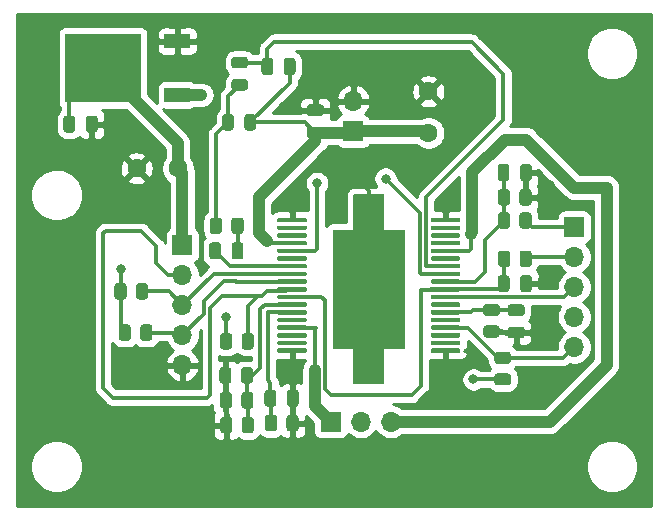
<source format=gbr>
%TF.GenerationSoftware,KiCad,Pcbnew,5.1.10-88a1d61d58~90~ubuntu20.04.1*%
%TF.CreationDate,2021-10-19T17:00:37+01:00*%
%TF.ProjectId,L6235-breakout,4c363233-352d-4627-9265-616b6f75742e,rev?*%
%TF.SameCoordinates,Original*%
%TF.FileFunction,Copper,L1,Top*%
%TF.FilePolarity,Positive*%
%FSLAX46Y46*%
G04 Gerber Fmt 4.6, Leading zero omitted, Abs format (unit mm)*
G04 Created by KiCad (PCBNEW 5.1.10-88a1d61d58~90~ubuntu20.04.1) date 2021-10-19 17:00:37*
%MOMM*%
%LPD*%
G01*
G04 APERTURE LIST*
%TA.AperFunction,ComponentPad*%
%ADD10C,1.600000*%
%TD*%
%TA.AperFunction,ComponentPad*%
%ADD11O,1.700000X1.700000*%
%TD*%
%TA.AperFunction,ComponentPad*%
%ADD12R,1.700000X1.700000*%
%TD*%
%TA.AperFunction,SMDPad,CuDef*%
%ADD13C,0.100000*%
%TD*%
%TA.AperFunction,SMDPad,CuDef*%
%ADD14R,2.200000X1.200000*%
%TD*%
%TA.AperFunction,SMDPad,CuDef*%
%ADD15R,6.400000X5.800000*%
%TD*%
%TA.AperFunction,ViaPad*%
%ADD16C,0.800000*%
%TD*%
%TA.AperFunction,Conductor*%
%ADD17C,0.300000*%
%TD*%
%TA.AperFunction,Conductor*%
%ADD18C,1.000000*%
%TD*%
%TA.AperFunction,Conductor*%
%ADD19C,0.254000*%
%TD*%
%TA.AperFunction,Conductor*%
%ADD20C,0.100000*%
%TD*%
G04 APERTURE END LIST*
%TO.P,C1,2*%
%TO.N,GND*%
%TA.AperFunction,SMDPad,CuDef*%
G36*
G01*
X44224400Y-170985200D02*
X44224400Y-170035200D01*
G75*
G02*
X44474400Y-169785200I250000J0D01*
G01*
X44974400Y-169785200D01*
G75*
G02*
X45224400Y-170035200I0J-250000D01*
G01*
X45224400Y-170985200D01*
G75*
G02*
X44974400Y-171235200I-250000J0D01*
G01*
X44474400Y-171235200D01*
G75*
G02*
X44224400Y-170985200I0J250000D01*
G01*
G37*
%TD.AperFunction*%
%TO.P,C1,1*%
%TO.N,ENABLE*%
%TA.AperFunction,SMDPad,CuDef*%
G36*
G01*
X42324400Y-170985200D02*
X42324400Y-170035200D01*
G75*
G02*
X42574400Y-169785200I250000J0D01*
G01*
X43074400Y-169785200D01*
G75*
G02*
X43324400Y-170035200I0J-250000D01*
G01*
X43324400Y-170985200D01*
G75*
G02*
X43074400Y-171235200I-250000J0D01*
G01*
X42574400Y-171235200D01*
G75*
G02*
X42324400Y-170985200I0J250000D01*
G01*
G37*
%TD.AperFunction*%
%TD*%
%TO.P,C2,2*%
%TO.N,GND*%
%TA.AperFunction,SMDPad,CuDef*%
G36*
G01*
X27360900Y-156321300D02*
X26410900Y-156321300D01*
G75*
G02*
X26160900Y-156071300I0J250000D01*
G01*
X26160900Y-155571300D01*
G75*
G02*
X26410900Y-155321300I250000J0D01*
G01*
X27360900Y-155321300D01*
G75*
G02*
X27610900Y-155571300I0J-250000D01*
G01*
X27610900Y-156071300D01*
G75*
G02*
X27360900Y-156321300I-250000J0D01*
G01*
G37*
%TD.AperFunction*%
%TO.P,C2,1*%
%TO.N,VSS*%
%TA.AperFunction,SMDPad,CuDef*%
G36*
G01*
X27360900Y-158221300D02*
X26410900Y-158221300D01*
G75*
G02*
X26160900Y-157971300I0J250000D01*
G01*
X26160900Y-157471300D01*
G75*
G02*
X26410900Y-157221300I250000J0D01*
G01*
X27360900Y-157221300D01*
G75*
G02*
X27610900Y-157471300I0J-250000D01*
G01*
X27610900Y-157971300D01*
G75*
G02*
X27360900Y-158221300I-250000J0D01*
G01*
G37*
%TD.AperFunction*%
%TD*%
D10*
%TO.P,C3,1*%
%TO.N,VSS*%
X36461700Y-157734000D03*
%TO.P,C3,2*%
%TO.N,GND*%
X36461700Y-154234000D03*
%TD*%
%TO.P,C5,1*%
%TO.N,VREF*%
%TA.AperFunction,SMDPad,CuDef*%
G36*
G01*
X42311700Y-161574500D02*
X42311700Y-160624500D01*
G75*
G02*
X42561700Y-160374500I250000J0D01*
G01*
X43061700Y-160374500D01*
G75*
G02*
X43311700Y-160624500I0J-250000D01*
G01*
X43311700Y-161574500D01*
G75*
G02*
X43061700Y-161824500I-250000J0D01*
G01*
X42561700Y-161824500D01*
G75*
G02*
X42311700Y-161574500I0J250000D01*
G01*
G37*
%TD.AperFunction*%
%TO.P,C5,2*%
%TO.N,GND*%
%TA.AperFunction,SMDPad,CuDef*%
G36*
G01*
X44211700Y-161574500D02*
X44211700Y-160624500D01*
G75*
G02*
X44461700Y-160374500I250000J0D01*
G01*
X44961700Y-160374500D01*
G75*
G02*
X45211700Y-160624500I0J-250000D01*
G01*
X45211700Y-161574500D01*
G75*
G02*
X44961700Y-161824500I-250000J0D01*
G01*
X44461700Y-161824500D01*
G75*
G02*
X44211700Y-161574500I0J250000D01*
G01*
G37*
%TD.AperFunction*%
%TD*%
%TO.P,C6,2*%
%TO.N,GND*%
%TA.AperFunction,SMDPad,CuDef*%
G36*
G01*
X24475900Y-180688000D02*
X24475900Y-179738000D01*
G75*
G02*
X24725900Y-179488000I250000J0D01*
G01*
X25225900Y-179488000D01*
G75*
G02*
X25475900Y-179738000I0J-250000D01*
G01*
X25475900Y-180688000D01*
G75*
G02*
X25225900Y-180938000I-250000J0D01*
G01*
X24725900Y-180938000D01*
G75*
G02*
X24475900Y-180688000I0J250000D01*
G01*
G37*
%TD.AperFunction*%
%TO.P,C6,1*%
%TO.N,Net-(C6-Pad1)*%
%TA.AperFunction,SMDPad,CuDef*%
G36*
G01*
X22575900Y-180688000D02*
X22575900Y-179738000D01*
G75*
G02*
X22825900Y-179488000I250000J0D01*
G01*
X23325900Y-179488000D01*
G75*
G02*
X23575900Y-179738000I0J-250000D01*
G01*
X23575900Y-180688000D01*
G75*
G02*
X23325900Y-180938000I-250000J0D01*
G01*
X22825900Y-180938000D01*
G75*
G02*
X22575900Y-180688000I0J250000D01*
G01*
G37*
%TD.AperFunction*%
%TD*%
%TO.P,C7,1*%
%TO.N,VSS*%
%TA.AperFunction,SMDPad,CuDef*%
G36*
G01*
X25211700Y-151645600D02*
X25211700Y-152595600D01*
G75*
G02*
X24961700Y-152845600I-250000J0D01*
G01*
X24461700Y-152845600D01*
G75*
G02*
X24211700Y-152595600I0J250000D01*
G01*
X24211700Y-151645600D01*
G75*
G02*
X24461700Y-151395600I250000J0D01*
G01*
X24961700Y-151395600D01*
G75*
G02*
X25211700Y-151645600I0J-250000D01*
G01*
G37*
%TD.AperFunction*%
%TO.P,C7,2*%
%TO.N,Net-(C7-Pad2)*%
%TA.AperFunction,SMDPad,CuDef*%
G36*
G01*
X23311700Y-151645600D02*
X23311700Y-152595600D01*
G75*
G02*
X23061700Y-152845600I-250000J0D01*
G01*
X22561700Y-152845600D01*
G75*
G02*
X22311700Y-152595600I0J250000D01*
G01*
X22311700Y-151645600D01*
G75*
G02*
X22561700Y-151395600I250000J0D01*
G01*
X23061700Y-151395600D01*
G75*
G02*
X23311700Y-151645600I0J-250000D01*
G01*
G37*
%TD.AperFunction*%
%TD*%
%TO.P,C8,1*%
%TO.N,Net-(C8-Pad1)*%
%TA.AperFunction,SMDPad,CuDef*%
G36*
G01*
X17894600Y-168203900D02*
X17894600Y-167253900D01*
G75*
G02*
X18144600Y-167003900I250000J0D01*
G01*
X18644600Y-167003900D01*
G75*
G02*
X18894600Y-167253900I0J-250000D01*
G01*
X18894600Y-168203900D01*
G75*
G02*
X18644600Y-168453900I-250000J0D01*
G01*
X18144600Y-168453900D01*
G75*
G02*
X17894600Y-168203900I0J250000D01*
G01*
G37*
%TD.AperFunction*%
%TO.P,C8,2*%
%TO.N,Net-(C8-Pad2)*%
%TA.AperFunction,SMDPad,CuDef*%
G36*
G01*
X19794600Y-168203900D02*
X19794600Y-167253900D01*
G75*
G02*
X20044600Y-167003900I250000J0D01*
G01*
X20544600Y-167003900D01*
G75*
G02*
X20794600Y-167253900I0J-250000D01*
G01*
X20794600Y-168203900D01*
G75*
G02*
X20544600Y-168453900I-250000J0D01*
G01*
X20044600Y-168453900D01*
G75*
G02*
X19794600Y-168203900I0J250000D01*
G01*
G37*
%TD.AperFunction*%
%TD*%
%TO.P,C10,2*%
%TO.N,GND*%
%TA.AperFunction,SMDPad,CuDef*%
G36*
G01*
X43413700Y-174147900D02*
X44363700Y-174147900D01*
G75*
G02*
X44613700Y-174397900I0J-250000D01*
G01*
X44613700Y-174897900D01*
G75*
G02*
X44363700Y-175147900I-250000J0D01*
G01*
X43413700Y-175147900D01*
G75*
G02*
X43163700Y-174897900I0J250000D01*
G01*
X43163700Y-174397900D01*
G75*
G02*
X43413700Y-174147900I250000J0D01*
G01*
G37*
%TD.AperFunction*%
%TO.P,C10,1*%
%TO.N,Net-(C10-Pad1)*%
%TA.AperFunction,SMDPad,CuDef*%
G36*
G01*
X43413700Y-172247900D02*
X44363700Y-172247900D01*
G75*
G02*
X44613700Y-172497900I0J-250000D01*
G01*
X44613700Y-172997900D01*
G75*
G02*
X44363700Y-173247900I-250000J0D01*
G01*
X43413700Y-173247900D01*
G75*
G02*
X43163700Y-172997900I0J250000D01*
G01*
X43163700Y-172497900D01*
G75*
G02*
X43413700Y-172247900I250000J0D01*
G01*
G37*
%TD.AperFunction*%
%TD*%
%TO.P,D1,2*%
%TO.N,VSS*%
%TA.AperFunction,SMDPad,CuDef*%
G36*
G01*
X20882000Y-157301250D02*
X20882000Y-156388750D01*
G75*
G02*
X21125750Y-156145000I243750J0D01*
G01*
X21613250Y-156145000D01*
G75*
G02*
X21857000Y-156388750I0J-243750D01*
G01*
X21857000Y-157301250D01*
G75*
G02*
X21613250Y-157545000I-243750J0D01*
G01*
X21125750Y-157545000D01*
G75*
G02*
X20882000Y-157301250I0J243750D01*
G01*
G37*
%TD.AperFunction*%
%TO.P,D1,1*%
%TO.N,Net-(D1-Pad1)*%
%TA.AperFunction,SMDPad,CuDef*%
G36*
G01*
X19007000Y-157301250D02*
X19007000Y-156388750D01*
G75*
G02*
X19250750Y-156145000I243750J0D01*
G01*
X19738250Y-156145000D01*
G75*
G02*
X19982000Y-156388750I0J-243750D01*
G01*
X19982000Y-157301250D01*
G75*
G02*
X19738250Y-157545000I-243750J0D01*
G01*
X19250750Y-157545000D01*
G75*
G02*
X19007000Y-157301250I0J243750D01*
G01*
G37*
%TD.AperFunction*%
%TD*%
%TO.P,D2,1*%
%TO.N,Net-(C7-Pad2)*%
%TA.AperFunction,SMDPad,CuDef*%
G36*
G01*
X20016150Y-151302900D02*
X20928650Y-151302900D01*
G75*
G02*
X21172400Y-151546650I0J-243750D01*
G01*
X21172400Y-152034150D01*
G75*
G02*
X20928650Y-152277900I-243750J0D01*
G01*
X20016150Y-152277900D01*
G75*
G02*
X19772400Y-152034150I0J243750D01*
G01*
X19772400Y-151546650D01*
G75*
G02*
X20016150Y-151302900I243750J0D01*
G01*
G37*
%TD.AperFunction*%
%TO.P,D2,2*%
%TO.N,Net-(D1-Pad1)*%
%TA.AperFunction,SMDPad,CuDef*%
G36*
G01*
X20016150Y-153177900D02*
X20928650Y-153177900D01*
G75*
G02*
X21172400Y-153421650I0J-243750D01*
G01*
X21172400Y-153909150D01*
G75*
G02*
X20928650Y-154152900I-243750J0D01*
G01*
X20016150Y-154152900D01*
G75*
G02*
X19772400Y-153909150I0J243750D01*
G01*
X19772400Y-153421650D01*
G75*
G02*
X20016150Y-153177900I243750J0D01*
G01*
G37*
%TD.AperFunction*%
%TD*%
D11*
%TO.P,J1,5*%
%TO.N,TACHO*%
X48793400Y-175869600D03*
%TO.P,J1,4*%
%TO.N,BRAKE*%
X48793400Y-173329600D03*
%TO.P,J1,3*%
%TO.N,F-R*%
X48793400Y-170789600D03*
%TO.P,J1,2*%
%TO.N,Net-(J1-Pad2)*%
X48793400Y-168249600D03*
D12*
%TO.P,J1,1*%
%TO.N,Net-(J1-Pad1)*%
X48793400Y-165709600D03*
%TD*%
%TO.P,J2,1*%
%TO.N,+5V*%
X15633700Y-167246300D03*
D11*
%TO.P,J2,2*%
%TO.N,HALL1*%
X15633700Y-169786300D03*
%TO.P,J2,3*%
%TO.N,HALL2*%
X15633700Y-172326300D03*
%TO.P,J2,4*%
%TO.N,HALL3*%
X15633700Y-174866300D03*
%TO.P,J2,5*%
%TO.N,GND*%
X15633700Y-177406300D03*
%TD*%
D12*
%TO.P,J3,1*%
%TO.N,PHASE1*%
X28194000Y-182194200D03*
D11*
%TO.P,J3,2*%
%TO.N,PHASE2*%
X30734000Y-182194200D03*
%TO.P,J3,3*%
%TO.N,PHASE3*%
X33274000Y-182194200D03*
%TD*%
D12*
%TO.P,J5,1*%
%TO.N,VSS*%
X30086300Y-157607000D03*
D11*
%TO.P,J5,2*%
%TO.N,GND*%
X30086300Y-155067000D03*
%TD*%
%TO.P,R1,1*%
%TO.N,ENABLE*%
%TA.AperFunction,SMDPad,CuDef*%
G36*
G01*
X42350000Y-168852001D02*
X42350000Y-167951999D01*
G75*
G02*
X42599999Y-167702000I249999J0D01*
G01*
X43125001Y-167702000D01*
G75*
G02*
X43375000Y-167951999I0J-249999D01*
G01*
X43375000Y-168852001D01*
G75*
G02*
X43125001Y-169102000I-249999J0D01*
G01*
X42599999Y-169102000D01*
G75*
G02*
X42350000Y-168852001I0J249999D01*
G01*
G37*
%TD.AperFunction*%
%TO.P,R1,2*%
%TO.N,Net-(J1-Pad2)*%
%TA.AperFunction,SMDPad,CuDef*%
G36*
G01*
X44175000Y-168852001D02*
X44175000Y-167951999D01*
G75*
G02*
X44424999Y-167702000I249999J0D01*
G01*
X44950001Y-167702000D01*
G75*
G02*
X45200000Y-167951999I0J-249999D01*
G01*
X45200000Y-168852001D01*
G75*
G02*
X44950001Y-169102000I-249999J0D01*
G01*
X44424999Y-169102000D01*
G75*
G02*
X44175000Y-168852001I0J249999D01*
G01*
G37*
%TD.AperFunction*%
%TD*%
%TO.P,R2,2*%
%TO.N,Net-(J1-Pad1)*%
%TA.AperFunction,SMDPad,CuDef*%
G36*
G01*
X44162300Y-165613501D02*
X44162300Y-164713499D01*
G75*
G02*
X44412299Y-164463500I249999J0D01*
G01*
X44937301Y-164463500D01*
G75*
G02*
X45187300Y-164713499I0J-249999D01*
G01*
X45187300Y-165613501D01*
G75*
G02*
X44937301Y-165863500I-249999J0D01*
G01*
X44412299Y-165863500D01*
G75*
G02*
X44162300Y-165613501I0J249999D01*
G01*
G37*
%TD.AperFunction*%
%TO.P,R2,1*%
%TO.N,VREF*%
%TA.AperFunction,SMDPad,CuDef*%
G36*
G01*
X42337300Y-165613501D02*
X42337300Y-164713499D01*
G75*
G02*
X42587299Y-164463500I249999J0D01*
G01*
X43112301Y-164463500D01*
G75*
G02*
X43362300Y-164713499I0J-249999D01*
G01*
X43362300Y-165613501D01*
G75*
G02*
X43112301Y-165863500I-249999J0D01*
G01*
X42587299Y-165863500D01*
G75*
G02*
X42337300Y-165613501I0J249999D01*
G01*
G37*
%TD.AperFunction*%
%TD*%
%TO.P,R3,1*%
%TO.N,GND*%
%TA.AperFunction,SMDPad,CuDef*%
G36*
G01*
X45187300Y-162744999D02*
X45187300Y-163645001D01*
G75*
G02*
X44937301Y-163895000I-249999J0D01*
G01*
X44412299Y-163895000D01*
G75*
G02*
X44162300Y-163645001I0J249999D01*
G01*
X44162300Y-162744999D01*
G75*
G02*
X44412299Y-162495000I249999J0D01*
G01*
X44937301Y-162495000D01*
G75*
G02*
X45187300Y-162744999I0J-249999D01*
G01*
G37*
%TD.AperFunction*%
%TO.P,R3,2*%
%TO.N,VREF*%
%TA.AperFunction,SMDPad,CuDef*%
G36*
G01*
X43362300Y-162744999D02*
X43362300Y-163645001D01*
G75*
G02*
X43112301Y-163895000I-249999J0D01*
G01*
X42587299Y-163895000D01*
G75*
G02*
X42337300Y-163645001I0J249999D01*
G01*
X42337300Y-162744999D01*
G75*
G02*
X42587299Y-162495000I249999J0D01*
G01*
X43112301Y-162495000D01*
G75*
G02*
X43362300Y-162744999I0J-249999D01*
G01*
G37*
%TD.AperFunction*%
%TD*%
%TO.P,R4,1*%
%TO.N,Net-(C6-Pad1)*%
%TA.AperFunction,SMDPad,CuDef*%
G36*
G01*
X22614200Y-182758501D02*
X22614200Y-181858499D01*
G75*
G02*
X22864199Y-181608500I249999J0D01*
G01*
X23389201Y-181608500D01*
G75*
G02*
X23639200Y-181858499I0J-249999D01*
G01*
X23639200Y-182758501D01*
G75*
G02*
X23389201Y-183008500I-249999J0D01*
G01*
X22864199Y-183008500D01*
G75*
G02*
X22614200Y-182758501I0J249999D01*
G01*
G37*
%TD.AperFunction*%
%TO.P,R4,2*%
%TO.N,GND*%
%TA.AperFunction,SMDPad,CuDef*%
G36*
G01*
X24439200Y-182758501D02*
X24439200Y-181858499D01*
G75*
G02*
X24689199Y-181608500I249999J0D01*
G01*
X25214201Y-181608500D01*
G75*
G02*
X25464200Y-181858499I0J-249999D01*
G01*
X25464200Y-182758501D01*
G75*
G02*
X25214201Y-183008500I-249999J0D01*
G01*
X24689199Y-183008500D01*
G75*
G02*
X24439200Y-182758501I0J249999D01*
G01*
G37*
%TD.AperFunction*%
%TD*%
%TO.P,R5,1*%
%TO.N,GND*%
%TA.AperFunction,SMDPad,CuDef*%
G36*
G01*
X18795300Y-180828101D02*
X18795300Y-179928099D01*
G75*
G02*
X19045299Y-179678100I249999J0D01*
G01*
X19570301Y-179678100D01*
G75*
G02*
X19820300Y-179928099I0J-249999D01*
G01*
X19820300Y-180828101D01*
G75*
G02*
X19570301Y-181078100I-249999J0D01*
G01*
X19045299Y-181078100D01*
G75*
G02*
X18795300Y-180828101I0J249999D01*
G01*
G37*
%TD.AperFunction*%
%TO.P,R5,2*%
%TO.N,Net-(R13-Pad2)*%
%TA.AperFunction,SMDPad,CuDef*%
G36*
G01*
X20620300Y-180828101D02*
X20620300Y-179928099D01*
G75*
G02*
X20870299Y-179678100I249999J0D01*
G01*
X21395301Y-179678100D01*
G75*
G02*
X21645300Y-179928099I0J-249999D01*
G01*
X21645300Y-180828101D01*
G75*
G02*
X21395301Y-181078100I-249999J0D01*
G01*
X20870299Y-181078100D01*
G75*
G02*
X20620300Y-180828101I0J249999D01*
G01*
G37*
%TD.AperFunction*%
%TD*%
%TO.P,R6,2*%
%TO.N,Net-(D1-Pad1)*%
%TA.AperFunction,SMDPad,CuDef*%
G36*
G01*
X18982100Y-165157999D02*
X18982100Y-166058001D01*
G75*
G02*
X18732101Y-166308000I-249999J0D01*
G01*
X18207099Y-166308000D01*
G75*
G02*
X17957100Y-166058001I0J249999D01*
G01*
X17957100Y-165157999D01*
G75*
G02*
X18207099Y-164908000I249999J0D01*
G01*
X18732101Y-164908000D01*
G75*
G02*
X18982100Y-165157999I0J-249999D01*
G01*
G37*
%TD.AperFunction*%
%TO.P,R6,1*%
%TO.N,Net-(C8-Pad2)*%
%TA.AperFunction,SMDPad,CuDef*%
G36*
G01*
X20807100Y-165157999D02*
X20807100Y-166058001D01*
G75*
G02*
X20557101Y-166308000I-249999J0D01*
G01*
X20032099Y-166308000D01*
G75*
G02*
X19782100Y-166058001I0J249999D01*
G01*
X19782100Y-165157999D01*
G75*
G02*
X20032099Y-164908000I249999J0D01*
G01*
X20557101Y-164908000D01*
G75*
G02*
X20807100Y-165157999I0J-249999D01*
G01*
G37*
%TD.AperFunction*%
%TD*%
%TO.P,R7,1*%
%TO.N,GND*%
%TA.AperFunction,SMDPad,CuDef*%
G36*
G01*
X18757200Y-178719901D02*
X18757200Y-177819899D01*
G75*
G02*
X19007199Y-177569900I249999J0D01*
G01*
X19532201Y-177569900D01*
G75*
G02*
X19782200Y-177819899I0J-249999D01*
G01*
X19782200Y-178719901D01*
G75*
G02*
X19532201Y-178969900I-249999J0D01*
G01*
X19007199Y-178969900D01*
G75*
G02*
X18757200Y-178719901I0J249999D01*
G01*
G37*
%TD.AperFunction*%
%TO.P,R7,2*%
%TO.N,Net-(R13-Pad2)*%
%TA.AperFunction,SMDPad,CuDef*%
G36*
G01*
X20582200Y-178719901D02*
X20582200Y-177819899D01*
G75*
G02*
X20832199Y-177569900I249999J0D01*
G01*
X21357201Y-177569900D01*
G75*
G02*
X21607200Y-177819899I0J-249999D01*
G01*
X21607200Y-178719901D01*
G75*
G02*
X21357201Y-178969900I-249999J0D01*
G01*
X20832199Y-178969900D01*
G75*
G02*
X20582200Y-178719901I0J249999D01*
G01*
G37*
%TD.AperFunction*%
%TD*%
%TO.P,R8,2*%
%TO.N,TACHO*%
%TA.AperFunction,SMDPad,CuDef*%
G36*
G01*
X43198201Y-177298400D02*
X42298199Y-177298400D01*
G75*
G02*
X42048200Y-177048401I0J249999D01*
G01*
X42048200Y-176523399D01*
G75*
G02*
X42298199Y-176273400I249999J0D01*
G01*
X43198201Y-176273400D01*
G75*
G02*
X43448200Y-176523399I0J-249999D01*
G01*
X43448200Y-177048401D01*
G75*
G02*
X43198201Y-177298400I-249999J0D01*
G01*
G37*
%TD.AperFunction*%
%TO.P,R8,1*%
%TO.N,+5V*%
%TA.AperFunction,SMDPad,CuDef*%
G36*
G01*
X43198201Y-179123400D02*
X42298199Y-179123400D01*
G75*
G02*
X42048200Y-178873401I0J249999D01*
G01*
X42048200Y-178348399D01*
G75*
G02*
X42298199Y-178098400I249999J0D01*
G01*
X43198201Y-178098400D01*
G75*
G02*
X43448200Y-178348399I0J-249999D01*
G01*
X43448200Y-178873401D01*
G75*
G02*
X43198201Y-179123400I-249999J0D01*
G01*
G37*
%TD.AperFunction*%
%TD*%
%TO.P,R9,1*%
%TO.N,Net-(C10-Pad1)*%
%TA.AperFunction,SMDPad,CuDef*%
G36*
G01*
X41345699Y-172222100D02*
X42245701Y-172222100D01*
G75*
G02*
X42495700Y-172472099I0J-249999D01*
G01*
X42495700Y-172997101D01*
G75*
G02*
X42245701Y-173247100I-249999J0D01*
G01*
X41345699Y-173247100D01*
G75*
G02*
X41095700Y-172997101I0J249999D01*
G01*
X41095700Y-172472099D01*
G75*
G02*
X41345699Y-172222100I249999J0D01*
G01*
G37*
%TD.AperFunction*%
%TO.P,R9,2*%
%TO.N,GND*%
%TA.AperFunction,SMDPad,CuDef*%
G36*
G01*
X41345699Y-174047100D02*
X42245701Y-174047100D01*
G75*
G02*
X42495700Y-174297099I0J-249999D01*
G01*
X42495700Y-174822101D01*
G75*
G02*
X42245701Y-175072100I-249999J0D01*
G01*
X41345699Y-175072100D01*
G75*
G02*
X41095700Y-174822101I0J249999D01*
G01*
X41095700Y-174297099D01*
G75*
G02*
X41345699Y-174047100I249999J0D01*
G01*
G37*
%TD.AperFunction*%
%TD*%
%TO.P,R10,2*%
%TO.N,HALL1*%
%TA.AperFunction,SMDPad,CuDef*%
G36*
G01*
X20645700Y-175837001D02*
X20645700Y-174936999D01*
G75*
G02*
X20895699Y-174687000I249999J0D01*
G01*
X21420701Y-174687000D01*
G75*
G02*
X21670700Y-174936999I0J-249999D01*
G01*
X21670700Y-175837001D01*
G75*
G02*
X21420701Y-176087000I-249999J0D01*
G01*
X20895699Y-176087000D01*
G75*
G02*
X20645700Y-175837001I0J249999D01*
G01*
G37*
%TD.AperFunction*%
%TO.P,R10,1*%
%TO.N,+5V*%
%TA.AperFunction,SMDPad,CuDef*%
G36*
G01*
X18820700Y-175837001D02*
X18820700Y-174936999D01*
G75*
G02*
X19070699Y-174687000I249999J0D01*
G01*
X19595701Y-174687000D01*
G75*
G02*
X19845700Y-174936999I0J-249999D01*
G01*
X19845700Y-175837001D01*
G75*
G02*
X19595701Y-176087000I-249999J0D01*
G01*
X19070699Y-176087000D01*
G75*
G02*
X18820700Y-175837001I0J249999D01*
G01*
G37*
%TD.AperFunction*%
%TD*%
%TO.P,R11,1*%
%TO.N,+5V*%
%TA.AperFunction,SMDPad,CuDef*%
G36*
G01*
X9876100Y-171607901D02*
X9876100Y-170707899D01*
G75*
G02*
X10126099Y-170457900I249999J0D01*
G01*
X10651101Y-170457900D01*
G75*
G02*
X10901100Y-170707899I0J-249999D01*
G01*
X10901100Y-171607901D01*
G75*
G02*
X10651101Y-171857900I-249999J0D01*
G01*
X10126099Y-171857900D01*
G75*
G02*
X9876100Y-171607901I0J249999D01*
G01*
G37*
%TD.AperFunction*%
%TO.P,R11,2*%
%TO.N,HALL2*%
%TA.AperFunction,SMDPad,CuDef*%
G36*
G01*
X11701100Y-171607901D02*
X11701100Y-170707899D01*
G75*
G02*
X11951099Y-170457900I249999J0D01*
G01*
X12476101Y-170457900D01*
G75*
G02*
X12726100Y-170707899I0J-249999D01*
G01*
X12726100Y-171607901D01*
G75*
G02*
X12476101Y-171857900I-249999J0D01*
G01*
X11951099Y-171857900D01*
G75*
G02*
X11701100Y-171607901I0J249999D01*
G01*
G37*
%TD.AperFunction*%
%TD*%
%TO.P,R12,2*%
%TO.N,HALL3*%
%TA.AperFunction,SMDPad,CuDef*%
G36*
G01*
X12056700Y-175100401D02*
X12056700Y-174200399D01*
G75*
G02*
X12306699Y-173950400I249999J0D01*
G01*
X12831701Y-173950400D01*
G75*
G02*
X13081700Y-174200399I0J-249999D01*
G01*
X13081700Y-175100401D01*
G75*
G02*
X12831701Y-175350400I-249999J0D01*
G01*
X12306699Y-175350400D01*
G75*
G02*
X12056700Y-175100401I0J249999D01*
G01*
G37*
%TD.AperFunction*%
%TO.P,R12,1*%
%TO.N,+5V*%
%TA.AperFunction,SMDPad,CuDef*%
G36*
G01*
X10231700Y-175100401D02*
X10231700Y-174200399D01*
G75*
G02*
X10481699Y-173950400I249999J0D01*
G01*
X11006701Y-173950400D01*
G75*
G02*
X11256700Y-174200399I0J-249999D01*
G01*
X11256700Y-175100401D01*
G75*
G02*
X11006701Y-175350400I-249999J0D01*
G01*
X10481699Y-175350400D01*
G75*
G02*
X10231700Y-175100401I0J249999D01*
G01*
G37*
%TD.AperFunction*%
%TD*%
%TO.P,R13,2*%
%TO.N,Net-(R13-Pad2)*%
%TA.AperFunction,SMDPad,CuDef*%
G36*
G01*
X20645700Y-182936301D02*
X20645700Y-182036299D01*
G75*
G02*
X20895699Y-181786300I249999J0D01*
G01*
X21420701Y-181786300D01*
G75*
G02*
X21670700Y-182036299I0J-249999D01*
G01*
X21670700Y-182936301D01*
G75*
G02*
X21420701Y-183186300I-249999J0D01*
G01*
X20895699Y-183186300D01*
G75*
G02*
X20645700Y-182936301I0J249999D01*
G01*
G37*
%TD.AperFunction*%
%TO.P,R13,1*%
%TO.N,GND*%
%TA.AperFunction,SMDPad,CuDef*%
G36*
G01*
X18820700Y-182936301D02*
X18820700Y-182036299D01*
G75*
G02*
X19070699Y-181786300I249999J0D01*
G01*
X19595701Y-181786300D01*
G75*
G02*
X19845700Y-182036299I0J-249999D01*
G01*
X19845700Y-182936301D01*
G75*
G02*
X19595701Y-183186300I-249999J0D01*
G01*
X19070699Y-183186300D01*
G75*
G02*
X18820700Y-182936301I0J249999D01*
G01*
G37*
%TD.AperFunction*%
%TD*%
%TO.P,U1,1*%
%TO.N,GND*%
%TA.AperFunction,SMDPad,CuDef*%
G36*
G01*
X23657100Y-165225100D02*
X23657100Y-165035100D01*
G75*
G02*
X23752100Y-164940100I95000J0D01*
G01*
X26062100Y-164940100D01*
G75*
G02*
X26157100Y-165035100I0J-95000D01*
G01*
X26157100Y-165225100D01*
G75*
G02*
X26062100Y-165320100I-95000J0D01*
G01*
X23752100Y-165320100D01*
G75*
G02*
X23657100Y-165225100I0J95000D01*
G01*
G37*
%TD.AperFunction*%
%TO.P,U1,2*%
%TO.N,Net-(U1-Pad2)*%
%TA.AperFunction,SMDPad,CuDef*%
G36*
G01*
X23657100Y-165875100D02*
X23657100Y-165685100D01*
G75*
G02*
X23752100Y-165590100I95000J0D01*
G01*
X26062100Y-165590100D01*
G75*
G02*
X26157100Y-165685100I0J-95000D01*
G01*
X26157100Y-165875100D01*
G75*
G02*
X26062100Y-165970100I-95000J0D01*
G01*
X23752100Y-165970100D01*
G75*
G02*
X23657100Y-165875100I0J95000D01*
G01*
G37*
%TD.AperFunction*%
%TO.P,U1,3*%
%TO.N,Net-(U1-Pad3)*%
%TA.AperFunction,SMDPad,CuDef*%
G36*
G01*
X23657100Y-166525100D02*
X23657100Y-166335100D01*
G75*
G02*
X23752100Y-166240100I95000J0D01*
G01*
X26062100Y-166240100D01*
G75*
G02*
X26157100Y-166335100I0J-95000D01*
G01*
X26157100Y-166525100D01*
G75*
G02*
X26062100Y-166620100I-95000J0D01*
G01*
X23752100Y-166620100D01*
G75*
G02*
X23657100Y-166525100I0J95000D01*
G01*
G37*
%TD.AperFunction*%
%TO.P,U1,4*%
%TO.N,VSS*%
%TA.AperFunction,SMDPad,CuDef*%
G36*
G01*
X23657100Y-167175100D02*
X23657100Y-166985100D01*
G75*
G02*
X23752100Y-166890100I95000J0D01*
G01*
X26062100Y-166890100D01*
G75*
G02*
X26157100Y-166985100I0J-95000D01*
G01*
X26157100Y-167175100D01*
G75*
G02*
X26062100Y-167270100I-95000J0D01*
G01*
X23752100Y-167270100D01*
G75*
G02*
X23657100Y-167175100I0J95000D01*
G01*
G37*
%TD.AperFunction*%
%TO.P,U1,5*%
%TO.N,PHASE2*%
%TA.AperFunction,SMDPad,CuDef*%
G36*
G01*
X23657100Y-167825100D02*
X23657100Y-167635100D01*
G75*
G02*
X23752100Y-167540100I95000J0D01*
G01*
X26062100Y-167540100D01*
G75*
G02*
X26157100Y-167635100I0J-95000D01*
G01*
X26157100Y-167825100D01*
G75*
G02*
X26062100Y-167920100I-95000J0D01*
G01*
X23752100Y-167920100D01*
G75*
G02*
X23657100Y-167825100I0J95000D01*
G01*
G37*
%TD.AperFunction*%
%TO.P,U1,6*%
%TO.N,Net-(U1-Pad6)*%
%TA.AperFunction,SMDPad,CuDef*%
G36*
G01*
X23657100Y-168475100D02*
X23657100Y-168285100D01*
G75*
G02*
X23752100Y-168190100I95000J0D01*
G01*
X26062100Y-168190100D01*
G75*
G02*
X26157100Y-168285100I0J-95000D01*
G01*
X26157100Y-168475100D01*
G75*
G02*
X26062100Y-168570100I-95000J0D01*
G01*
X23752100Y-168570100D01*
G75*
G02*
X23657100Y-168475100I0J95000D01*
G01*
G37*
%TD.AperFunction*%
%TO.P,U1,7*%
%TO.N,Net-(C8-Pad1)*%
%TA.AperFunction,SMDPad,CuDef*%
G36*
G01*
X23657100Y-169125100D02*
X23657100Y-168935100D01*
G75*
G02*
X23752100Y-168840100I95000J0D01*
G01*
X26062100Y-168840100D01*
G75*
G02*
X26157100Y-168935100I0J-95000D01*
G01*
X26157100Y-169125100D01*
G75*
G02*
X26062100Y-169220100I-95000J0D01*
G01*
X23752100Y-169220100D01*
G75*
G02*
X23657100Y-169125100I0J95000D01*
G01*
G37*
%TD.AperFunction*%
%TO.P,U1,8*%
%TO.N,HALL2*%
%TA.AperFunction,SMDPad,CuDef*%
G36*
G01*
X23657100Y-169775100D02*
X23657100Y-169585100D01*
G75*
G02*
X23752100Y-169490100I95000J0D01*
G01*
X26062100Y-169490100D01*
G75*
G02*
X26157100Y-169585100I0J-95000D01*
G01*
X26157100Y-169775100D01*
G75*
G02*
X26062100Y-169870100I-95000J0D01*
G01*
X23752100Y-169870100D01*
G75*
G02*
X23657100Y-169775100I0J95000D01*
G01*
G37*
%TD.AperFunction*%
%TO.P,U1,9*%
%TO.N,HALL3*%
%TA.AperFunction,SMDPad,CuDef*%
G36*
G01*
X23657100Y-170425100D02*
X23657100Y-170235100D01*
G75*
G02*
X23752100Y-170140100I95000J0D01*
G01*
X26062100Y-170140100D01*
G75*
G02*
X26157100Y-170235100I0J-95000D01*
G01*
X26157100Y-170425100D01*
G75*
G02*
X26062100Y-170520100I-95000J0D01*
G01*
X23752100Y-170520100D01*
G75*
G02*
X23657100Y-170425100I0J95000D01*
G01*
G37*
%TD.AperFunction*%
%TO.P,U1,10*%
%TO.N,HALL1*%
%TA.AperFunction,SMDPad,CuDef*%
G36*
G01*
X23657100Y-171075100D02*
X23657100Y-170885100D01*
G75*
G02*
X23752100Y-170790100I95000J0D01*
G01*
X26062100Y-170790100D01*
G75*
G02*
X26157100Y-170885100I0J-95000D01*
G01*
X26157100Y-171075100D01*
G75*
G02*
X26062100Y-171170100I-95000J0D01*
G01*
X23752100Y-171170100D01*
G75*
G02*
X23657100Y-171075100I0J95000D01*
G01*
G37*
%TD.AperFunction*%
%TO.P,U1,11*%
%TO.N,ENABLE*%
%TA.AperFunction,SMDPad,CuDef*%
G36*
G01*
X23657100Y-171725100D02*
X23657100Y-171535100D01*
G75*
G02*
X23752100Y-171440100I95000J0D01*
G01*
X26062100Y-171440100D01*
G75*
G02*
X26157100Y-171535100I0J-95000D01*
G01*
X26157100Y-171725100D01*
G75*
G02*
X26062100Y-171820100I-95000J0D01*
G01*
X23752100Y-171820100D01*
G75*
G02*
X23657100Y-171725100I0J95000D01*
G01*
G37*
%TD.AperFunction*%
%TO.P,U1,12*%
%TO.N,Net-(R13-Pad2)*%
%TA.AperFunction,SMDPad,CuDef*%
G36*
G01*
X23657100Y-172375100D02*
X23657100Y-172185100D01*
G75*
G02*
X23752100Y-172090100I95000J0D01*
G01*
X26062100Y-172090100D01*
G75*
G02*
X26157100Y-172185100I0J-95000D01*
G01*
X26157100Y-172375100D01*
G75*
G02*
X26062100Y-172470100I-95000J0D01*
G01*
X23752100Y-172470100D01*
G75*
G02*
X23657100Y-172375100I0J95000D01*
G01*
G37*
%TD.AperFunction*%
%TO.P,U1,13*%
%TO.N,Net-(C6-Pad1)*%
%TA.AperFunction,SMDPad,CuDef*%
G36*
G01*
X23657100Y-173025100D02*
X23657100Y-172835100D01*
G75*
G02*
X23752100Y-172740100I95000J0D01*
G01*
X26062100Y-172740100D01*
G75*
G02*
X26157100Y-172835100I0J-95000D01*
G01*
X26157100Y-173025100D01*
G75*
G02*
X26062100Y-173120100I-95000J0D01*
G01*
X23752100Y-173120100D01*
G75*
G02*
X23657100Y-173025100I0J95000D01*
G01*
G37*
%TD.AperFunction*%
%TO.P,U1,14*%
%TO.N,Net-(U1-Pad14)*%
%TA.AperFunction,SMDPad,CuDef*%
G36*
G01*
X23657100Y-173675100D02*
X23657100Y-173485100D01*
G75*
G02*
X23752100Y-173390100I95000J0D01*
G01*
X26062100Y-173390100D01*
G75*
G02*
X26157100Y-173485100I0J-95000D01*
G01*
X26157100Y-173675100D01*
G75*
G02*
X26062100Y-173770100I-95000J0D01*
G01*
X23752100Y-173770100D01*
G75*
G02*
X23657100Y-173675100I0J95000D01*
G01*
G37*
%TD.AperFunction*%
%TO.P,U1,15*%
%TO.N,PHASE1*%
%TA.AperFunction,SMDPad,CuDef*%
G36*
G01*
X23657100Y-174325100D02*
X23657100Y-174135100D01*
G75*
G02*
X23752100Y-174040100I95000J0D01*
G01*
X26062100Y-174040100D01*
G75*
G02*
X26157100Y-174135100I0J-95000D01*
G01*
X26157100Y-174325100D01*
G75*
G02*
X26062100Y-174420100I-95000J0D01*
G01*
X23752100Y-174420100D01*
G75*
G02*
X23657100Y-174325100I0J95000D01*
G01*
G37*
%TD.AperFunction*%
%TO.P,U1,16*%
%TO.N,Net-(U1-Pad16)*%
%TA.AperFunction,SMDPad,CuDef*%
G36*
G01*
X23657100Y-174975100D02*
X23657100Y-174785100D01*
G75*
G02*
X23752100Y-174690100I95000J0D01*
G01*
X26062100Y-174690100D01*
G75*
G02*
X26157100Y-174785100I0J-95000D01*
G01*
X26157100Y-174975100D01*
G75*
G02*
X26062100Y-175070100I-95000J0D01*
G01*
X23752100Y-175070100D01*
G75*
G02*
X23657100Y-174975100I0J95000D01*
G01*
G37*
%TD.AperFunction*%
%TO.P,U1,17*%
%TO.N,Net-(U1-Pad17)*%
%TA.AperFunction,SMDPad,CuDef*%
G36*
G01*
X23657100Y-175625100D02*
X23657100Y-175435100D01*
G75*
G02*
X23752100Y-175340100I95000J0D01*
G01*
X26062100Y-175340100D01*
G75*
G02*
X26157100Y-175435100I0J-95000D01*
G01*
X26157100Y-175625100D01*
G75*
G02*
X26062100Y-175720100I-95000J0D01*
G01*
X23752100Y-175720100D01*
G75*
G02*
X23657100Y-175625100I0J95000D01*
G01*
G37*
%TD.AperFunction*%
%TO.P,U1,18*%
%TO.N,GND*%
%TA.AperFunction,SMDPad,CuDef*%
G36*
G01*
X23657100Y-176275100D02*
X23657100Y-176085100D01*
G75*
G02*
X23752100Y-175990100I95000J0D01*
G01*
X26062100Y-175990100D01*
G75*
G02*
X26157100Y-176085100I0J-95000D01*
G01*
X26157100Y-176275100D01*
G75*
G02*
X26062100Y-176370100I-95000J0D01*
G01*
X23752100Y-176370100D01*
G75*
G02*
X23657100Y-176275100I0J95000D01*
G01*
G37*
%TD.AperFunction*%
%TO.P,U1,19*%
%TA.AperFunction,SMDPad,CuDef*%
G36*
G01*
X36657100Y-176275100D02*
X36657100Y-176085100D01*
G75*
G02*
X36752100Y-175990100I95000J0D01*
G01*
X39062100Y-175990100D01*
G75*
G02*
X39157100Y-176085100I0J-95000D01*
G01*
X39157100Y-176275100D01*
G75*
G02*
X39062100Y-176370100I-95000J0D01*
G01*
X36752100Y-176370100D01*
G75*
G02*
X36657100Y-176275100I0J95000D01*
G01*
G37*
%TD.AperFunction*%
%TO.P,U1,20*%
%TO.N,Net-(U1-Pad20)*%
%TA.AperFunction,SMDPad,CuDef*%
G36*
G01*
X36657100Y-175625100D02*
X36657100Y-175435100D01*
G75*
G02*
X36752100Y-175340100I95000J0D01*
G01*
X39062100Y-175340100D01*
G75*
G02*
X39157100Y-175435100I0J-95000D01*
G01*
X39157100Y-175625100D01*
G75*
G02*
X39062100Y-175720100I-95000J0D01*
G01*
X36752100Y-175720100D01*
G75*
G02*
X36657100Y-175625100I0J95000D01*
G01*
G37*
%TD.AperFunction*%
%TO.P,U1,21*%
%TO.N,Net-(U1-Pad21)*%
%TA.AperFunction,SMDPad,CuDef*%
G36*
G01*
X36657100Y-174975100D02*
X36657100Y-174785100D01*
G75*
G02*
X36752100Y-174690100I95000J0D01*
G01*
X39062100Y-174690100D01*
G75*
G02*
X39157100Y-174785100I0J-95000D01*
G01*
X39157100Y-174975100D01*
G75*
G02*
X39062100Y-175070100I-95000J0D01*
G01*
X36752100Y-175070100D01*
G75*
G02*
X36657100Y-174975100I0J95000D01*
G01*
G37*
%TD.AperFunction*%
%TO.P,U1,22*%
%TO.N,TACHO*%
%TA.AperFunction,SMDPad,CuDef*%
G36*
G01*
X36657100Y-174325100D02*
X36657100Y-174135100D01*
G75*
G02*
X36752100Y-174040100I95000J0D01*
G01*
X39062100Y-174040100D01*
G75*
G02*
X39157100Y-174135100I0J-95000D01*
G01*
X39157100Y-174325100D01*
G75*
G02*
X39062100Y-174420100I-95000J0D01*
G01*
X36752100Y-174420100D01*
G75*
G02*
X36657100Y-174325100I0J95000D01*
G01*
G37*
%TD.AperFunction*%
%TO.P,U1,23*%
%TO.N,Net-(U1-Pad23)*%
%TA.AperFunction,SMDPad,CuDef*%
G36*
G01*
X36657100Y-173675100D02*
X36657100Y-173485100D01*
G75*
G02*
X36752100Y-173390100I95000J0D01*
G01*
X39062100Y-173390100D01*
G75*
G02*
X39157100Y-173485100I0J-95000D01*
G01*
X39157100Y-173675100D01*
G75*
G02*
X39062100Y-173770100I-95000J0D01*
G01*
X36752100Y-173770100D01*
G75*
G02*
X36657100Y-173675100I0J95000D01*
G01*
G37*
%TD.AperFunction*%
%TO.P,U1,24*%
%TO.N,Net-(C10-Pad1)*%
%TA.AperFunction,SMDPad,CuDef*%
G36*
G01*
X36657100Y-173025100D02*
X36657100Y-172835100D01*
G75*
G02*
X36752100Y-172740100I95000J0D01*
G01*
X39062100Y-172740100D01*
G75*
G02*
X39157100Y-172835100I0J-95000D01*
G01*
X39157100Y-173025100D01*
G75*
G02*
X39062100Y-173120100I-95000J0D01*
G01*
X36752100Y-173120100D01*
G75*
G02*
X36657100Y-173025100I0J95000D01*
G01*
G37*
%TD.AperFunction*%
%TO.P,U1,25*%
%TO.N,Net-(U1-Pad25)*%
%TA.AperFunction,SMDPad,CuDef*%
G36*
G01*
X36657100Y-172375100D02*
X36657100Y-172185100D01*
G75*
G02*
X36752100Y-172090100I95000J0D01*
G01*
X39062100Y-172090100D01*
G75*
G02*
X39157100Y-172185100I0J-95000D01*
G01*
X39157100Y-172375100D01*
G75*
G02*
X39062100Y-172470100I-95000J0D01*
G01*
X36752100Y-172470100D01*
G75*
G02*
X36657100Y-172375100I0J95000D01*
G01*
G37*
%TD.AperFunction*%
%TO.P,U1,26*%
%TO.N,F-R*%
%TA.AperFunction,SMDPad,CuDef*%
G36*
G01*
X36657100Y-171725100D02*
X36657100Y-171535100D01*
G75*
G02*
X36752100Y-171440100I95000J0D01*
G01*
X39062100Y-171440100D01*
G75*
G02*
X39157100Y-171535100I0J-95000D01*
G01*
X39157100Y-171725100D01*
G75*
G02*
X39062100Y-171820100I-95000J0D01*
G01*
X36752100Y-171820100D01*
G75*
G02*
X36657100Y-171725100I0J95000D01*
G01*
G37*
%TD.AperFunction*%
%TO.P,U1,27*%
%TO.N,ENABLE*%
%TA.AperFunction,SMDPad,CuDef*%
G36*
G01*
X36657100Y-171075100D02*
X36657100Y-170885100D01*
G75*
G02*
X36752100Y-170790100I95000J0D01*
G01*
X39062100Y-170790100D01*
G75*
G02*
X39157100Y-170885100I0J-95000D01*
G01*
X39157100Y-171075100D01*
G75*
G02*
X39062100Y-171170100I-95000J0D01*
G01*
X36752100Y-171170100D01*
G75*
G02*
X36657100Y-171075100I0J95000D01*
G01*
G37*
%TD.AperFunction*%
%TO.P,U1,28*%
%TO.N,VREF*%
%TA.AperFunction,SMDPad,CuDef*%
G36*
G01*
X36657100Y-170425100D02*
X36657100Y-170235100D01*
G75*
G02*
X36752100Y-170140100I95000J0D01*
G01*
X39062100Y-170140100D01*
G75*
G02*
X39157100Y-170235100I0J-95000D01*
G01*
X39157100Y-170425100D01*
G75*
G02*
X39062100Y-170520100I-95000J0D01*
G01*
X36752100Y-170520100D01*
G75*
G02*
X36657100Y-170425100I0J95000D01*
G01*
G37*
%TD.AperFunction*%
%TO.P,U1,29*%
%TO.N,BRAKE*%
%TA.AperFunction,SMDPad,CuDef*%
G36*
G01*
X36657100Y-169775100D02*
X36657100Y-169585100D01*
G75*
G02*
X36752100Y-169490100I95000J0D01*
G01*
X39062100Y-169490100D01*
G75*
G02*
X39157100Y-169585100I0J-95000D01*
G01*
X39157100Y-169775100D01*
G75*
G02*
X39062100Y-169870100I-95000J0D01*
G01*
X36752100Y-169870100D01*
G75*
G02*
X36657100Y-169775100I0J95000D01*
G01*
G37*
%TD.AperFunction*%
%TO.P,U1,30*%
%TO.N,Net-(C7-Pad2)*%
%TA.AperFunction,SMDPad,CuDef*%
G36*
G01*
X36657100Y-169125100D02*
X36657100Y-168935100D01*
G75*
G02*
X36752100Y-168840100I95000J0D01*
G01*
X39062100Y-168840100D01*
G75*
G02*
X39157100Y-168935100I0J-95000D01*
G01*
X39157100Y-169125100D01*
G75*
G02*
X39062100Y-169220100I-95000J0D01*
G01*
X36752100Y-169220100D01*
G75*
G02*
X36657100Y-169125100I0J95000D01*
G01*
G37*
%TD.AperFunction*%
%TO.P,U1,31*%
%TO.N,Net-(U1-Pad31)*%
%TA.AperFunction,SMDPad,CuDef*%
G36*
G01*
X36657100Y-168475100D02*
X36657100Y-168285100D01*
G75*
G02*
X36752100Y-168190100I95000J0D01*
G01*
X39062100Y-168190100D01*
G75*
G02*
X39157100Y-168285100I0J-95000D01*
G01*
X39157100Y-168475100D01*
G75*
G02*
X39062100Y-168570100I-95000J0D01*
G01*
X36752100Y-168570100D01*
G75*
G02*
X36657100Y-168475100I0J95000D01*
G01*
G37*
%TD.AperFunction*%
%TO.P,U1,32*%
%TO.N,PHASE3*%
%TA.AperFunction,SMDPad,CuDef*%
G36*
G01*
X36657100Y-167825100D02*
X36657100Y-167635100D01*
G75*
G02*
X36752100Y-167540100I95000J0D01*
G01*
X39062100Y-167540100D01*
G75*
G02*
X39157100Y-167635100I0J-95000D01*
G01*
X39157100Y-167825100D01*
G75*
G02*
X39062100Y-167920100I-95000J0D01*
G01*
X36752100Y-167920100D01*
G75*
G02*
X36657100Y-167825100I0J95000D01*
G01*
G37*
%TD.AperFunction*%
%TO.P,U1,33*%
%TO.N,Net-(U1-Pad33)*%
%TA.AperFunction,SMDPad,CuDef*%
G36*
G01*
X36657100Y-167175100D02*
X36657100Y-166985100D01*
G75*
G02*
X36752100Y-166890100I95000J0D01*
G01*
X39062100Y-166890100D01*
G75*
G02*
X39157100Y-166985100I0J-95000D01*
G01*
X39157100Y-167175100D01*
G75*
G02*
X39062100Y-167270100I-95000J0D01*
G01*
X36752100Y-167270100D01*
G75*
G02*
X36657100Y-167175100I0J95000D01*
G01*
G37*
%TD.AperFunction*%
%TO.P,U1,34*%
%TO.N,Net-(U1-Pad34)*%
%TA.AperFunction,SMDPad,CuDef*%
G36*
G01*
X36657100Y-166525100D02*
X36657100Y-166335100D01*
G75*
G02*
X36752100Y-166240100I95000J0D01*
G01*
X39062100Y-166240100D01*
G75*
G02*
X39157100Y-166335100I0J-95000D01*
G01*
X39157100Y-166525100D01*
G75*
G02*
X39062100Y-166620100I-95000J0D01*
G01*
X36752100Y-166620100D01*
G75*
G02*
X36657100Y-166525100I0J95000D01*
G01*
G37*
%TD.AperFunction*%
%TO.P,U1,35*%
%TO.N,Net-(U1-Pad35)*%
%TA.AperFunction,SMDPad,CuDef*%
G36*
G01*
X36657100Y-165875100D02*
X36657100Y-165685100D01*
G75*
G02*
X36752100Y-165590100I95000J0D01*
G01*
X39062100Y-165590100D01*
G75*
G02*
X39157100Y-165685100I0J-95000D01*
G01*
X39157100Y-165875100D01*
G75*
G02*
X39062100Y-165970100I-95000J0D01*
G01*
X36752100Y-165970100D01*
G75*
G02*
X36657100Y-165875100I0J95000D01*
G01*
G37*
%TD.AperFunction*%
%TO.P,U1,36*%
%TO.N,GND*%
%TA.AperFunction,SMDPad,CuDef*%
G36*
G01*
X36657100Y-165225100D02*
X36657100Y-165035100D01*
G75*
G02*
X36752100Y-164940100I95000J0D01*
G01*
X39062100Y-164940100D01*
G75*
G02*
X39157100Y-165035100I0J-95000D01*
G01*
X39157100Y-165225100D01*
G75*
G02*
X39062100Y-165320100I-95000J0D01*
G01*
X36752100Y-165320100D01*
G75*
G02*
X36657100Y-165225100I0J95000D01*
G01*
G37*
%TD.AperFunction*%
%TA.AperFunction,SMDPad,CuDef*%
D13*
%TO.P,U1,37*%
G36*
X32666855Y-162931061D02*
G01*
X32676234Y-162933906D01*
X32684879Y-162938527D01*
X32692455Y-162944745D01*
X32698673Y-162952321D01*
X32703294Y-162960966D01*
X32706139Y-162970345D01*
X32707100Y-162980100D01*
X32707100Y-165930100D01*
X34407100Y-165930100D01*
X34416855Y-165931061D01*
X34426234Y-165933906D01*
X34434879Y-165938527D01*
X34442455Y-165944745D01*
X34448673Y-165952321D01*
X34453294Y-165960966D01*
X34456139Y-165970345D01*
X34457100Y-165980100D01*
X34457100Y-175980100D01*
X34456139Y-175989855D01*
X34453294Y-175999234D01*
X34448673Y-176007879D01*
X34442455Y-176015455D01*
X34434879Y-176021673D01*
X34426234Y-176026294D01*
X34416855Y-176029139D01*
X34407100Y-176030100D01*
X32707100Y-176030100D01*
X32707100Y-178980100D01*
X32706139Y-178989855D01*
X32703294Y-178999234D01*
X32698673Y-179007879D01*
X32692455Y-179015455D01*
X32684879Y-179021673D01*
X32676234Y-179026294D01*
X32666855Y-179029139D01*
X32657100Y-179030100D01*
X30157100Y-179030100D01*
X30147345Y-179029139D01*
X30137966Y-179026294D01*
X30129321Y-179021673D01*
X30121745Y-179015455D01*
X30115527Y-179007879D01*
X30110906Y-178999234D01*
X30108061Y-178989855D01*
X30107100Y-178980100D01*
X30107100Y-176030100D01*
X28407100Y-176030100D01*
X28397345Y-176029139D01*
X28387966Y-176026294D01*
X28379321Y-176021673D01*
X28371745Y-176015455D01*
X28365527Y-176007879D01*
X28360906Y-175999234D01*
X28358061Y-175989855D01*
X28357100Y-175980100D01*
X28357100Y-165980100D01*
X28358061Y-165970345D01*
X28360906Y-165960966D01*
X28365527Y-165952321D01*
X28371745Y-165944745D01*
X28379321Y-165938527D01*
X28387966Y-165933906D01*
X28397345Y-165931061D01*
X28407100Y-165930100D01*
X30107100Y-165930100D01*
X30107100Y-162980100D01*
X30108061Y-162970345D01*
X30110906Y-162960966D01*
X30115527Y-162952321D01*
X30121745Y-162944745D01*
X30129321Y-162938527D01*
X30137966Y-162933906D01*
X30147345Y-162931061D01*
X30157100Y-162930100D01*
X32657100Y-162930100D01*
X32666855Y-162931061D01*
G37*
%TD.AperFunction*%
%TD*%
D10*
%TO.P,C9,1*%
%TO.N,+5V*%
X15250000Y-160750000D03*
%TO.P,C9,2*%
%TO.N,GND*%
X11750000Y-160750000D03*
%TD*%
D14*
%TO.P,IC1,1*%
%TO.N,VSS*%
X15200000Y-154530000D03*
%TO.P,IC1,3*%
%TO.N,GND*%
X15200000Y-149970000D03*
D15*
%TO.P,IC1,2*%
%TO.N,+5V*%
X8900000Y-152250000D03*
%TD*%
%TO.P,C4,1*%
%TO.N,+5V*%
%TA.AperFunction,SMDPad,CuDef*%
G36*
G01*
X5550000Y-157475000D02*
X5550000Y-156525000D01*
G75*
G02*
X5800000Y-156275000I250000J0D01*
G01*
X6300000Y-156275000D01*
G75*
G02*
X6550000Y-156525000I0J-250000D01*
G01*
X6550000Y-157475000D01*
G75*
G02*
X6300000Y-157725000I-250000J0D01*
G01*
X5800000Y-157725000D01*
G75*
G02*
X5550000Y-157475000I0J250000D01*
G01*
G37*
%TD.AperFunction*%
%TO.P,C4,2*%
%TO.N,GND*%
%TA.AperFunction,SMDPad,CuDef*%
G36*
G01*
X7450000Y-157475000D02*
X7450000Y-156525000D01*
G75*
G02*
X7700000Y-156275000I250000J0D01*
G01*
X8200000Y-156275000D01*
G75*
G02*
X8450000Y-156525000I0J-250000D01*
G01*
X8450000Y-157475000D01*
G75*
G02*
X8200000Y-157725000I-250000J0D01*
G01*
X7700000Y-157725000D01*
G75*
G02*
X7450000Y-157475000I0J250000D01*
G01*
G37*
%TD.AperFunction*%
%TD*%
D16*
%TO.N,GND*%
X46723300Y-162128200D03*
X37907100Y-164132400D03*
X45570100Y-174647900D03*
X37907100Y-177873800D03*
X24975900Y-177424000D03*
X46800000Y-169400000D03*
%TO.N,VSS*%
X17220000Y-154530000D03*
%TO.N,+5V*%
X10388600Y-169291000D03*
X19333200Y-173287700D03*
X40260900Y-178610900D03*
%TO.N,BRAKE*%
X32829500Y-161607500D03*
%TO.N,PHASE2*%
X27025600Y-161988500D03*
%TD*%
D17*
%TO.N,GND*%
X44711700Y-161099500D02*
X45694600Y-161099500D01*
X45694600Y-161099500D02*
X46723300Y-162128200D01*
X46723300Y-162128200D02*
X46723300Y-162128200D01*
X37907100Y-165130100D02*
X37907100Y-164132400D01*
X37907100Y-164132400D02*
X37907100Y-164132400D01*
X45656500Y-163195000D02*
X46723300Y-162128200D01*
X44674800Y-163195000D02*
X45656500Y-163195000D01*
X43800400Y-174559600D02*
X43888700Y-174647900D01*
X41795700Y-174559600D02*
X43800400Y-174559600D01*
X43888700Y-174647900D02*
X45570100Y-174647900D01*
X45570100Y-174647900D02*
X45570100Y-174647900D01*
X37907100Y-176180100D02*
X37907100Y-177873800D01*
X37907100Y-177873800D02*
X37907100Y-177873800D01*
X24975900Y-176248900D02*
X24907100Y-176180100D01*
X24975900Y-180213000D02*
X24975900Y-177424000D01*
X24951700Y-180237200D02*
X24975900Y-180213000D01*
X24951700Y-182308500D02*
X24951700Y-180237200D01*
X24975900Y-177424000D02*
X24975900Y-176248900D01*
X24907100Y-162278200D02*
X24907100Y-165130100D01*
X26708100Y-160477200D02*
X24907100Y-162278200D01*
X29248100Y-160477200D02*
X26708100Y-160477200D01*
X31407100Y-162636200D02*
X29248100Y-160477200D01*
X31407100Y-170980100D02*
X31407100Y-162636200D01*
%TO.N,ENABLE*%
X42354500Y-170980100D02*
X37907100Y-170980100D01*
X42824400Y-170510200D02*
X42354500Y-170980100D01*
X42862500Y-170472100D02*
X42824400Y-170510200D01*
X42862500Y-168402000D02*
X42862500Y-170472100D01*
X27378900Y-171630100D02*
X24907100Y-171630100D01*
X27679650Y-171930850D02*
X27378900Y-171630100D01*
X28206700Y-179933600D02*
X27679650Y-179406550D01*
X27679650Y-179406550D02*
X27679650Y-171930850D01*
X35026600Y-179933600D02*
X28206700Y-179933600D01*
X35826700Y-179133500D02*
X35026600Y-179933600D01*
X36639660Y-171018200D02*
X35826700Y-171018200D01*
X36677760Y-170980100D02*
X36639660Y-171018200D01*
X35826700Y-171018200D02*
X35826700Y-179133500D01*
X37907100Y-170980100D02*
X36677760Y-170980100D01*
%TO.N,VSS*%
X22782700Y-167080100D02*
X22783800Y-167079000D01*
X24907100Y-167080100D02*
X22782700Y-167080100D01*
X24711700Y-153502800D02*
X21369500Y-156845000D01*
X24711700Y-152120600D02*
X24711700Y-153502800D01*
X26009600Y-156845000D02*
X26885900Y-157721300D01*
X21369500Y-156845000D02*
X26009600Y-156845000D01*
D18*
X29972000Y-157721300D02*
X30086300Y-157607000D01*
X26885900Y-157721300D02*
X29972000Y-157721300D01*
X36334700Y-157607000D02*
X36461700Y-157734000D01*
X30086300Y-157607000D02*
X36334700Y-157607000D01*
X26885900Y-157721300D02*
X26885900Y-158465600D01*
X22072600Y-166207100D02*
X22782700Y-166917200D01*
X22072600Y-163207700D02*
X22072600Y-166207100D01*
D17*
X22782700Y-167080100D02*
X22782700Y-166917200D01*
D18*
X22143800Y-163207700D02*
X26885900Y-158465600D01*
X22072600Y-163207700D02*
X22143800Y-163207700D01*
X15200000Y-154530000D02*
X17220000Y-154530000D01*
X17220000Y-154530000D02*
X17220000Y-154530000D01*
D17*
%TO.N,+5V*%
X10388600Y-174294800D02*
X10744200Y-174650400D01*
X10388600Y-171157900D02*
X10388600Y-174294800D01*
X10655300Y-174739300D02*
X10744200Y-174650400D01*
X15494000Y-167106600D02*
X15633700Y-167246300D01*
X10388600Y-171157900D02*
X10388600Y-169291000D01*
X10388600Y-169291000D02*
X10388600Y-169291000D01*
X19333200Y-175387000D02*
X19333200Y-173287700D01*
X19333200Y-173287700D02*
X19333200Y-173287700D01*
X42748200Y-178610900D02*
X40260900Y-178610900D01*
X40260900Y-178610900D02*
X40260900Y-178610900D01*
D18*
X15633700Y-161133700D02*
X15250000Y-160750000D01*
X15633700Y-167246300D02*
X15633700Y-161133700D01*
X15250000Y-158600000D02*
X8900000Y-152250000D01*
X15250000Y-160750000D02*
X15250000Y-158600000D01*
D17*
X6050000Y-155100000D02*
X8900000Y-152250000D01*
X6050000Y-157000000D02*
X6050000Y-155100000D01*
%TO.N,VREF*%
X42849800Y-165163500D02*
X42849800Y-163195000D01*
X37907100Y-170330100D02*
X40413700Y-170330100D01*
X40413700Y-170330100D02*
X41224200Y-169519600D01*
X41224200Y-166789100D02*
X42849800Y-165163500D01*
X41224200Y-169519600D02*
X41224200Y-166789100D01*
X42849800Y-161137600D02*
X42811700Y-161099500D01*
X42849800Y-163195000D02*
X42849800Y-161137600D01*
%TO.N,Net-(C6-Pad1)*%
X22853100Y-172930100D02*
X22853100Y-178683200D01*
X24907100Y-172930100D02*
X22853100Y-172930100D01*
X23126700Y-180263800D02*
X23075900Y-180213000D01*
X23126700Y-182308500D02*
X23126700Y-180263800D01*
X23075900Y-178906000D02*
X22853100Y-178683200D01*
X23075900Y-180213000D02*
X23075900Y-178906000D01*
%TO.N,Net-(C7-Pad2)*%
X36271200Y-163169600D02*
X42811700Y-156629100D01*
X36271200Y-169029010D02*
X36271200Y-163169600D01*
X42811700Y-152730200D02*
X40106600Y-150025100D01*
X36270110Y-169030100D02*
X36271200Y-169029010D01*
X42811700Y-156629100D02*
X42811700Y-152730200D01*
X37907100Y-169030100D02*
X36270110Y-169030100D01*
X22481500Y-151790400D02*
X22811700Y-152120600D01*
X20472400Y-151790400D02*
X22481500Y-151790400D01*
X22811700Y-150606800D02*
X23393400Y-150025100D01*
X22811700Y-152120600D02*
X22811700Y-150606800D01*
X40106600Y-150025100D02*
X23393400Y-150025100D01*
%TO.N,Net-(C8-Pad1)*%
X19695800Y-169030100D02*
X18394600Y-167728900D01*
X24907100Y-169030100D02*
X19695800Y-169030100D01*
%TO.N,Net-(C8-Pad2)*%
X20294600Y-167728900D02*
X20294600Y-165608000D01*
%TO.N,Net-(C10-Pad1)*%
X41809000Y-172747900D02*
X41795700Y-172734600D01*
X43888700Y-172747900D02*
X41809000Y-172747900D01*
X41795700Y-172734600D02*
X40231700Y-172734600D01*
X40036200Y-172930100D02*
X37907100Y-172930100D01*
X40231700Y-172734600D02*
X40036200Y-172930100D01*
%TO.N,Net-(D1-Pad1)*%
X19599900Y-156950400D02*
X19494500Y-156845000D01*
X19494500Y-154643300D02*
X20472400Y-153665400D01*
X19494500Y-156845000D02*
X19494500Y-154643300D01*
X18469600Y-157869900D02*
X19494500Y-156845000D01*
X18469600Y-165608000D02*
X18469600Y-157869900D01*
%TO.N,TACHO*%
X39789100Y-174244000D02*
X42331000Y-176785900D01*
X42331000Y-176785900D02*
X42748200Y-176785900D01*
X38608000Y-174244000D02*
X39789100Y-174244000D01*
X38594100Y-174230100D02*
X38608000Y-174244000D01*
X37907100Y-174230100D02*
X38594100Y-174230100D01*
X47877100Y-176785900D02*
X48793400Y-175869600D01*
X42748200Y-176785900D02*
X47877100Y-176785900D01*
%TO.N,BRAKE*%
X37907100Y-169680100D02*
X35831300Y-169680100D01*
X35831300Y-169680100D02*
X35725100Y-169573900D01*
X35725100Y-169573900D02*
X35725100Y-165432760D01*
X35725100Y-165432760D02*
X35725100Y-164503100D01*
X35725100Y-164503100D02*
X32829500Y-161607500D01*
X32829500Y-161607500D02*
X32829500Y-161607500D01*
%TO.N,F-R*%
X37916599Y-171639599D02*
X37907100Y-171630100D01*
X47943401Y-171639599D02*
X37916599Y-171639599D01*
X48793400Y-170789600D02*
X47943401Y-171639599D01*
%TO.N,Net-(J1-Pad2)*%
X44839900Y-168249600D02*
X44687500Y-168402000D01*
X48793400Y-168249600D02*
X44839900Y-168249600D01*
%TO.N,Net-(J1-Pad1)*%
X45220900Y-165709600D02*
X44674800Y-165163500D01*
X48793400Y-165709600D02*
X45220900Y-165709600D01*
%TO.N,HALL1*%
X24362910Y-171090090D02*
X22826210Y-171090090D01*
X24472900Y-170980100D02*
X24362910Y-171090090D01*
X24907100Y-170980100D02*
X24472900Y-170980100D01*
X22826210Y-171090090D02*
X22383750Y-171532550D01*
X21158200Y-172377100D02*
X22002750Y-171532550D01*
X21158200Y-175387000D02*
X21158200Y-172377100D01*
X22002750Y-171532550D02*
X22383750Y-171532550D01*
X14389100Y-169786300D02*
X15633700Y-169786300D01*
X13398500Y-168795700D02*
X14389100Y-169786300D01*
X12115800Y-166039800D02*
X13398500Y-167322500D01*
X13398500Y-167322500D02*
X13398500Y-168795700D01*
X9118600Y-166039800D02*
X12115800Y-166039800D01*
X8915400Y-166243000D02*
X9118600Y-166039800D01*
X8915400Y-179362100D02*
X8915400Y-166243000D01*
X17716500Y-180162200D02*
X9715500Y-180162200D01*
X17970500Y-179908200D02*
X17716500Y-180162200D01*
X17970500Y-172559754D02*
X17970500Y-179908200D01*
X9715500Y-180162200D02*
X8915400Y-179362100D01*
X18997704Y-171532550D02*
X17970500Y-172559754D01*
X22002750Y-171532550D02*
X18997704Y-171532550D01*
%TO.N,HALL2*%
X18279900Y-169680100D02*
X15633700Y-172326300D01*
X24907100Y-169680100D02*
X18279900Y-169680100D01*
X14465300Y-171157900D02*
X15633700Y-172326300D01*
X12213600Y-171157900D02*
X14465300Y-171157900D01*
%TO.N,HALL3*%
X20200154Y-170330100D02*
X20189754Y-170319700D01*
X24907100Y-170330100D02*
X20200154Y-170330100D01*
X20189754Y-170319700D02*
X19126200Y-170319700D01*
X19126200Y-170319700D02*
X17462500Y-171983400D01*
X17462500Y-173037500D02*
X15633700Y-174866300D01*
X17462500Y-171983400D02*
X17462500Y-173037500D01*
X15417800Y-174650400D02*
X15633700Y-174866300D01*
X12569200Y-174650400D02*
X15417800Y-174650400D01*
D18*
%TO.N,PHASE1*%
X28194000Y-182194200D02*
X26829642Y-180829842D01*
X26829642Y-180829842D02*
X26829642Y-179758636D01*
X26829642Y-179758636D02*
X26829642Y-177781842D01*
D17*
X24907100Y-174230100D02*
X26922800Y-174230100D01*
X26829642Y-174323258D02*
X26829642Y-177781842D01*
X26922800Y-174230100D02*
X26829642Y-174323258D01*
%TO.N,PHASE2*%
X26136440Y-167730100D02*
X26150340Y-167716200D01*
X24907100Y-167730100D02*
X26136440Y-167730100D01*
X26150340Y-167716200D02*
X26847800Y-167716200D01*
X26847800Y-167716200D02*
X27025600Y-167538400D01*
X27025600Y-167538400D02*
X27025600Y-161988500D01*
X27025600Y-161988500D02*
X27025600Y-161988500D01*
%TO.N,PHASE3*%
X39902200Y-167730100D02*
X37907100Y-167730100D01*
X40043100Y-167589200D02*
X39902200Y-167730100D01*
D18*
X46710600Y-182194200D02*
X51549300Y-177355500D01*
X33274000Y-182194200D02*
X46710600Y-182194200D01*
X51549300Y-177355500D02*
X51549300Y-162369500D01*
X48793400Y-162369500D02*
X44729400Y-158305500D01*
X51549300Y-162369500D02*
X48793400Y-162369500D01*
X44729400Y-158305500D02*
X42938700Y-158305500D01*
X42938700Y-158305500D02*
X40176450Y-161067750D01*
X40176450Y-166147750D02*
X40043100Y-166281100D01*
X40176450Y-161067750D02*
X40176450Y-166147750D01*
D17*
X40043100Y-166281100D02*
X40043100Y-167589200D01*
%TO.N,Net-(R13-Pad2)*%
X24907100Y-172280100D02*
X22614100Y-172280100D01*
X22614100Y-172280100D02*
X22294850Y-172599350D01*
X21607200Y-178269900D02*
X22237700Y-177639400D01*
X21094700Y-178269900D02*
X21607200Y-178269900D01*
X22237700Y-172656500D02*
X22294850Y-172599350D01*
X22237700Y-174193200D02*
X22237700Y-172656500D01*
X22237700Y-177639400D02*
X22237700Y-174193200D01*
X22237700Y-174193200D02*
X22237700Y-173418500D01*
X21094700Y-180340000D02*
X21132800Y-180378100D01*
X21094700Y-178269900D02*
X21094700Y-180340000D01*
X21158200Y-180403500D02*
X21132800Y-180378100D01*
X21158200Y-182486300D02*
X21158200Y-180403500D01*
%TD*%
D19*
%TO.N,GND*%
X55340001Y-189340000D02*
X1660000Y-189340000D01*
X1660000Y-185779872D01*
X2765000Y-185779872D01*
X2765000Y-186220128D01*
X2850890Y-186651925D01*
X3019369Y-187058669D01*
X3263962Y-187424729D01*
X3575271Y-187736038D01*
X3941331Y-187980631D01*
X4348075Y-188149110D01*
X4779872Y-188235000D01*
X5220128Y-188235000D01*
X5651925Y-188149110D01*
X6058669Y-187980631D01*
X6424729Y-187736038D01*
X6736038Y-187424729D01*
X6980631Y-187058669D01*
X7149110Y-186651925D01*
X7235000Y-186220128D01*
X7235000Y-185779872D01*
X49765000Y-185779872D01*
X49765000Y-186220128D01*
X49850890Y-186651925D01*
X50019369Y-187058669D01*
X50263962Y-187424729D01*
X50575271Y-187736038D01*
X50941331Y-187980631D01*
X51348075Y-188149110D01*
X51779872Y-188235000D01*
X52220128Y-188235000D01*
X52651925Y-188149110D01*
X53058669Y-187980631D01*
X53424729Y-187736038D01*
X53736038Y-187424729D01*
X53980631Y-187058669D01*
X54149110Y-186651925D01*
X54235000Y-186220128D01*
X54235000Y-185779872D01*
X54149110Y-185348075D01*
X53980631Y-184941331D01*
X53736038Y-184575271D01*
X53424729Y-184263962D01*
X53058669Y-184019369D01*
X52651925Y-183850890D01*
X52220128Y-183765000D01*
X51779872Y-183765000D01*
X51348075Y-183850890D01*
X50941331Y-184019369D01*
X50575271Y-184263962D01*
X50263962Y-184575271D01*
X50019369Y-184941331D01*
X49850890Y-185348075D01*
X49765000Y-185779872D01*
X7235000Y-185779872D01*
X7149110Y-185348075D01*
X6980631Y-184941331D01*
X6736038Y-184575271D01*
X6424729Y-184263962D01*
X6058669Y-184019369D01*
X5651925Y-183850890D01*
X5220128Y-183765000D01*
X4779872Y-183765000D01*
X4348075Y-183850890D01*
X3941331Y-184019369D01*
X3575271Y-184263962D01*
X3263962Y-184575271D01*
X3019369Y-184941331D01*
X2850890Y-185348075D01*
X2765000Y-185779872D01*
X1660000Y-185779872D01*
X1660000Y-183186300D01*
X18182628Y-183186300D01*
X18194888Y-183310782D01*
X18231198Y-183430480D01*
X18290163Y-183540794D01*
X18369515Y-183637485D01*
X18466206Y-183716837D01*
X18576520Y-183775802D01*
X18696218Y-183812112D01*
X18820700Y-183824372D01*
X19047450Y-183821300D01*
X19206200Y-183662550D01*
X19206200Y-182613300D01*
X18344450Y-182613300D01*
X18185700Y-182772050D01*
X18182628Y-183186300D01*
X1660000Y-183186300D01*
X1660000Y-162779872D01*
X2765000Y-162779872D01*
X2765000Y-163220128D01*
X2850890Y-163651925D01*
X3019369Y-164058669D01*
X3263962Y-164424729D01*
X3575271Y-164736038D01*
X3941331Y-164980631D01*
X4348075Y-165149110D01*
X4779872Y-165235000D01*
X5220128Y-165235000D01*
X5651925Y-165149110D01*
X6058669Y-164980631D01*
X6424729Y-164736038D01*
X6736038Y-164424729D01*
X6980631Y-164058669D01*
X7149110Y-163651925D01*
X7235000Y-163220128D01*
X7235000Y-162779872D01*
X7149110Y-162348075D01*
X6980631Y-161941331D01*
X6847912Y-161742702D01*
X10936903Y-161742702D01*
X11008486Y-161986671D01*
X11263996Y-162107571D01*
X11538184Y-162176300D01*
X11820512Y-162190217D01*
X12100130Y-162148787D01*
X12366292Y-162053603D01*
X12491514Y-161986671D01*
X12563097Y-161742702D01*
X11750000Y-160929605D01*
X10936903Y-161742702D01*
X6847912Y-161742702D01*
X6736038Y-161575271D01*
X6424729Y-161263962D01*
X6058669Y-161019369D01*
X5651925Y-160850890D01*
X5499205Y-160820512D01*
X10309783Y-160820512D01*
X10351213Y-161100130D01*
X10446397Y-161366292D01*
X10513329Y-161491514D01*
X10757298Y-161563097D01*
X11570395Y-160750000D01*
X11929605Y-160750000D01*
X12742702Y-161563097D01*
X12986671Y-161491514D01*
X13107571Y-161236004D01*
X13176300Y-160961816D01*
X13190217Y-160679488D01*
X13148787Y-160399870D01*
X13053603Y-160133708D01*
X12986671Y-160008486D01*
X12742702Y-159936903D01*
X11929605Y-160750000D01*
X11570395Y-160750000D01*
X10757298Y-159936903D01*
X10513329Y-160008486D01*
X10392429Y-160263996D01*
X10323700Y-160538184D01*
X10309783Y-160820512D01*
X5499205Y-160820512D01*
X5220128Y-160765000D01*
X4779872Y-160765000D01*
X4348075Y-160850890D01*
X3941331Y-161019369D01*
X3575271Y-161263962D01*
X3263962Y-161575271D01*
X3019369Y-161941331D01*
X2850890Y-162348075D01*
X2765000Y-162779872D01*
X1660000Y-162779872D01*
X1660000Y-159757298D01*
X10936903Y-159757298D01*
X11750000Y-160570395D01*
X12563097Y-159757298D01*
X12491514Y-159513329D01*
X12236004Y-159392429D01*
X11961816Y-159323700D01*
X11679488Y-159309783D01*
X11399870Y-159351213D01*
X11133708Y-159446397D01*
X11008486Y-159513329D01*
X10936903Y-159757298D01*
X1660000Y-159757298D01*
X1660000Y-156525000D01*
X4911928Y-156525000D01*
X4911928Y-157475000D01*
X4928992Y-157648254D01*
X4979528Y-157814850D01*
X5061595Y-157968386D01*
X5172038Y-158102962D01*
X5306614Y-158213405D01*
X5460150Y-158295472D01*
X5626746Y-158346008D01*
X5800000Y-158363072D01*
X6300000Y-158363072D01*
X6473254Y-158346008D01*
X6639850Y-158295472D01*
X6793386Y-158213405D01*
X6927962Y-158102962D01*
X6933342Y-158096406D01*
X6998815Y-158176185D01*
X7095506Y-158255537D01*
X7205820Y-158314502D01*
X7325518Y-158350812D01*
X7450000Y-158363072D01*
X7664250Y-158360000D01*
X7823000Y-158201250D01*
X7823000Y-157127000D01*
X8077000Y-157127000D01*
X8077000Y-158201250D01*
X8235750Y-158360000D01*
X8450000Y-158363072D01*
X8574482Y-158350812D01*
X8694180Y-158314502D01*
X8804494Y-158255537D01*
X8901185Y-158176185D01*
X8980537Y-158079494D01*
X9039502Y-157969180D01*
X9075812Y-157849482D01*
X9088072Y-157725000D01*
X9085000Y-157285750D01*
X8926250Y-157127000D01*
X8077000Y-157127000D01*
X7823000Y-157127000D01*
X7803000Y-157127000D01*
X7803000Y-156873000D01*
X7823000Y-156873000D01*
X7823000Y-156853000D01*
X8077000Y-156853000D01*
X8077000Y-156873000D01*
X8926250Y-156873000D01*
X9085000Y-156714250D01*
X9088072Y-156275000D01*
X9075812Y-156150518D01*
X9039502Y-156030820D01*
X8980537Y-155920506D01*
X8901185Y-155823815D01*
X8857632Y-155788072D01*
X10832941Y-155788072D01*
X14115001Y-159070133D01*
X14115000Y-159865716D01*
X13978320Y-160070273D01*
X13870147Y-160331426D01*
X13815000Y-160608665D01*
X13815000Y-160891335D01*
X13870147Y-161168574D01*
X13978320Y-161429727D01*
X14135363Y-161664759D01*
X14335241Y-161864637D01*
X14498701Y-161973857D01*
X14498700Y-165828617D01*
X14429206Y-165865763D01*
X14332515Y-165945115D01*
X14253163Y-166041806D01*
X14194198Y-166152120D01*
X14157888Y-166271818D01*
X14145628Y-166396300D01*
X14145628Y-167081210D01*
X14127254Y-167020640D01*
X14054362Y-166884267D01*
X13956264Y-166764736D01*
X13926311Y-166740154D01*
X12698147Y-165511990D01*
X12673564Y-165482036D01*
X12554033Y-165383938D01*
X12417660Y-165311046D01*
X12269687Y-165266159D01*
X12154361Y-165254800D01*
X12154353Y-165254800D01*
X12115800Y-165251003D01*
X12077247Y-165254800D01*
X9157152Y-165254800D01*
X9118599Y-165251003D01*
X9080046Y-165254800D01*
X9080039Y-165254800D01*
X8979090Y-165264743D01*
X8964712Y-165266159D01*
X8922800Y-165278873D01*
X8816740Y-165311046D01*
X8680367Y-165383938D01*
X8560836Y-165482036D01*
X8536253Y-165511990D01*
X8387585Y-165660658D01*
X8357637Y-165685236D01*
X8333059Y-165715184D01*
X8333055Y-165715188D01*
X8317108Y-165734620D01*
X8259539Y-165804767D01*
X8228153Y-165863487D01*
X8186646Y-165941141D01*
X8141759Y-166089114D01*
X8126603Y-166243000D01*
X8130401Y-166281563D01*
X8130400Y-179323547D01*
X8126603Y-179362100D01*
X8130400Y-179400653D01*
X8130400Y-179400660D01*
X8141759Y-179515986D01*
X8186646Y-179663959D01*
X8259538Y-179800332D01*
X8357636Y-179919864D01*
X8387590Y-179944447D01*
X9133157Y-180690015D01*
X9157736Y-180719964D01*
X9187684Y-180744542D01*
X9187687Y-180744545D01*
X9200059Y-180754698D01*
X9277267Y-180818062D01*
X9413640Y-180890954D01*
X9508275Y-180919661D01*
X9561612Y-180935841D01*
X9575990Y-180937257D01*
X9676939Y-180947200D01*
X9676946Y-180947200D01*
X9715499Y-180950997D01*
X9754052Y-180947200D01*
X17677947Y-180947200D01*
X17716500Y-180950997D01*
X17755053Y-180947200D01*
X17755061Y-180947200D01*
X17870387Y-180935841D01*
X18018360Y-180890954D01*
X18154733Y-180818062D01*
X18159183Y-180814410D01*
X18157228Y-181078100D01*
X18169488Y-181202582D01*
X18205798Y-181322280D01*
X18264763Y-181432594D01*
X18279890Y-181451026D01*
X18231198Y-181542120D01*
X18194888Y-181661818D01*
X18182628Y-181786300D01*
X18185700Y-182200550D01*
X18344450Y-182359300D01*
X19206200Y-182359300D01*
X19206200Y-181310050D01*
X19180800Y-181284650D01*
X19180800Y-180505100D01*
X19160800Y-180505100D01*
X19160800Y-180251100D01*
X19180800Y-180251100D01*
X19180800Y-179201850D01*
X19142700Y-179163750D01*
X19142700Y-178396900D01*
X19122700Y-178396900D01*
X19122700Y-178142900D01*
X19142700Y-178142900D01*
X19142700Y-177093650D01*
X18983950Y-176934900D01*
X18757200Y-176931828D01*
X18755500Y-176931995D01*
X18755500Y-176664950D01*
X18897445Y-176708008D01*
X19070699Y-176725072D01*
X19595701Y-176725072D01*
X19768955Y-176708008D01*
X19935551Y-176657472D01*
X20089087Y-176575405D01*
X20223662Y-176464962D01*
X20245700Y-176438109D01*
X20267738Y-176464962D01*
X20402313Y-176575405D01*
X20555849Y-176657472D01*
X20722445Y-176708008D01*
X20895699Y-176725072D01*
X21420701Y-176725072D01*
X21452700Y-176721920D01*
X21452700Y-176941234D01*
X21357201Y-176931828D01*
X20832199Y-176931828D01*
X20658945Y-176948892D01*
X20492349Y-176999428D01*
X20338813Y-177081495D01*
X20257563Y-177148176D01*
X20233385Y-177118715D01*
X20136694Y-177039363D01*
X20026380Y-176980398D01*
X19906682Y-176944088D01*
X19782200Y-176931828D01*
X19555450Y-176934900D01*
X19396700Y-177093650D01*
X19396700Y-178142900D01*
X19416700Y-178142900D01*
X19416700Y-178396900D01*
X19396700Y-178396900D01*
X19396700Y-179446150D01*
X19434800Y-179484250D01*
X19434800Y-180251100D01*
X19454800Y-180251100D01*
X19454800Y-180505100D01*
X19434800Y-180505100D01*
X19434800Y-181554350D01*
X19460200Y-181579750D01*
X19460200Y-182359300D01*
X19480200Y-182359300D01*
X19480200Y-182613300D01*
X19460200Y-182613300D01*
X19460200Y-183662550D01*
X19618950Y-183821300D01*
X19845700Y-183824372D01*
X19970182Y-183812112D01*
X20089880Y-183775802D01*
X20200194Y-183716837D01*
X20296885Y-183637485D01*
X20321063Y-183608024D01*
X20402313Y-183674705D01*
X20555849Y-183756772D01*
X20722445Y-183807308D01*
X20895699Y-183824372D01*
X21420701Y-183824372D01*
X21593955Y-183807308D01*
X21760551Y-183756772D01*
X21914087Y-183674705D01*
X22048662Y-183564262D01*
X22159105Y-183429687D01*
X22203519Y-183346594D01*
X22236238Y-183386462D01*
X22370813Y-183496905D01*
X22524349Y-183578972D01*
X22690945Y-183629508D01*
X22864199Y-183646572D01*
X23389201Y-183646572D01*
X23562455Y-183629508D01*
X23729051Y-183578972D01*
X23882587Y-183496905D01*
X23963837Y-183430224D01*
X23988015Y-183459685D01*
X24084706Y-183539037D01*
X24195020Y-183598002D01*
X24314718Y-183634312D01*
X24439200Y-183646572D01*
X24665950Y-183643500D01*
X24824700Y-183484750D01*
X24824700Y-182435500D01*
X25078700Y-182435500D01*
X25078700Y-183484750D01*
X25237450Y-183643500D01*
X25464200Y-183646572D01*
X25588682Y-183634312D01*
X25708380Y-183598002D01*
X25818694Y-183539037D01*
X25915385Y-183459685D01*
X25994737Y-183362994D01*
X26053702Y-183252680D01*
X26090012Y-183132982D01*
X26102272Y-183008500D01*
X26099200Y-182594250D01*
X25940450Y-182435500D01*
X25078700Y-182435500D01*
X24824700Y-182435500D01*
X24804700Y-182435500D01*
X24804700Y-182181500D01*
X24824700Y-182181500D01*
X24824700Y-181438450D01*
X24848900Y-181414250D01*
X24848900Y-180340000D01*
X24828900Y-180340000D01*
X24828900Y-180086000D01*
X24848900Y-180086000D01*
X24848900Y-179011750D01*
X24690150Y-178853000D01*
X24475900Y-178849928D01*
X24351418Y-178862188D01*
X24231720Y-178898498D01*
X24121406Y-178957463D01*
X24024715Y-179036815D01*
X23959242Y-179116594D01*
X23953862Y-179110038D01*
X23860900Y-179033747D01*
X23860900Y-178944556D01*
X23864697Y-178906000D01*
X23860900Y-178867444D01*
X23860900Y-178867439D01*
X23852264Y-178779755D01*
X23849542Y-178752113D01*
X23815101Y-178638581D01*
X23804654Y-178604140D01*
X23731762Y-178467767D01*
X23638100Y-178353641D01*
X23638100Y-177005891D01*
X23663562Y-177008139D01*
X24621350Y-177005100D01*
X24780100Y-176846350D01*
X24780100Y-176358172D01*
X25034100Y-176358172D01*
X25034100Y-176846350D01*
X25192850Y-177005100D01*
X25996721Y-177007651D01*
X25881359Y-177148219D01*
X25775967Y-177345395D01*
X25711066Y-177559343D01*
X25694643Y-177726090D01*
X25694642Y-178890782D01*
X25600382Y-178862188D01*
X25475900Y-178849928D01*
X25261650Y-178853000D01*
X25102900Y-179011750D01*
X25102900Y-180086000D01*
X25122900Y-180086000D01*
X25122900Y-180340000D01*
X25102900Y-180340000D01*
X25102900Y-181108050D01*
X25078700Y-181132250D01*
X25078700Y-182181500D01*
X25940450Y-182181500D01*
X26099200Y-182022750D01*
X26101542Y-181706874D01*
X26705928Y-182311260D01*
X26705928Y-183044200D01*
X26718188Y-183168682D01*
X26754498Y-183288380D01*
X26813463Y-183398694D01*
X26892815Y-183495385D01*
X26989506Y-183574737D01*
X27099820Y-183633702D01*
X27219518Y-183670012D01*
X27344000Y-183682272D01*
X29044000Y-183682272D01*
X29168482Y-183670012D01*
X29288180Y-183633702D01*
X29398494Y-183574737D01*
X29495185Y-183495385D01*
X29574537Y-183398694D01*
X29633502Y-183288380D01*
X29655513Y-183215820D01*
X29787368Y-183347675D01*
X30030589Y-183510190D01*
X30300842Y-183622132D01*
X30587740Y-183679200D01*
X30880260Y-183679200D01*
X31167158Y-183622132D01*
X31437411Y-183510190D01*
X31680632Y-183347675D01*
X31887475Y-183140832D01*
X32004000Y-182966440D01*
X32120525Y-183140832D01*
X32327368Y-183347675D01*
X32570589Y-183510190D01*
X32840842Y-183622132D01*
X33127740Y-183679200D01*
X33420260Y-183679200D01*
X33707158Y-183622132D01*
X33977411Y-183510190D01*
X34220632Y-183347675D01*
X34239107Y-183329200D01*
X46654849Y-183329200D01*
X46710600Y-183334691D01*
X46766351Y-183329200D01*
X46766352Y-183329200D01*
X46933099Y-183312777D01*
X47147047Y-183247876D01*
X47344223Y-183142484D01*
X47517049Y-183000649D01*
X47552596Y-182957335D01*
X52312441Y-178197491D01*
X52355749Y-178161949D01*
X52497584Y-177989123D01*
X52602976Y-177791947D01*
X52667877Y-177577999D01*
X52684300Y-177411252D01*
X52684300Y-177411245D01*
X52689790Y-177355501D01*
X52684300Y-177299757D01*
X52684300Y-162425252D01*
X52689791Y-162369500D01*
X52681997Y-162290360D01*
X52667877Y-162147001D01*
X52602976Y-161933053D01*
X52497584Y-161735877D01*
X52355749Y-161563051D01*
X52182923Y-161421216D01*
X51985747Y-161315824D01*
X51771799Y-161250923D01*
X51605052Y-161234500D01*
X51549300Y-161229009D01*
X51493549Y-161234500D01*
X49263532Y-161234500D01*
X45571396Y-157542365D01*
X45535849Y-157499051D01*
X45363023Y-157357216D01*
X45165847Y-157251824D01*
X44951899Y-157186923D01*
X44785152Y-157170500D01*
X44785151Y-157170500D01*
X44729400Y-157165009D01*
X44673649Y-157170500D01*
X43382894Y-157170500D01*
X43467562Y-157067333D01*
X43540454Y-156930960D01*
X43546569Y-156910802D01*
X43585342Y-156782987D01*
X43595899Y-156675794D01*
X43596700Y-156667661D01*
X43596700Y-156667656D01*
X43600497Y-156629100D01*
X43596700Y-156590544D01*
X43596700Y-152768752D01*
X43600497Y-152730199D01*
X43596700Y-152691646D01*
X43596700Y-152691639D01*
X43585341Y-152576313D01*
X43581619Y-152564041D01*
X43540454Y-152428340D01*
X43510131Y-152371609D01*
X43467562Y-152291967D01*
X43415584Y-152228632D01*
X43394045Y-152202387D01*
X43394042Y-152202384D01*
X43369464Y-152172436D01*
X43339516Y-152147858D01*
X41971530Y-150779872D01*
X49765000Y-150779872D01*
X49765000Y-151220128D01*
X49850890Y-151651925D01*
X50019369Y-152058669D01*
X50263962Y-152424729D01*
X50575271Y-152736038D01*
X50941331Y-152980631D01*
X51348075Y-153149110D01*
X51779872Y-153235000D01*
X52220128Y-153235000D01*
X52651925Y-153149110D01*
X53058669Y-152980631D01*
X53424729Y-152736038D01*
X53736038Y-152424729D01*
X53980631Y-152058669D01*
X54149110Y-151651925D01*
X54235000Y-151220128D01*
X54235000Y-150779872D01*
X54149110Y-150348075D01*
X53980631Y-149941331D01*
X53736038Y-149575271D01*
X53424729Y-149263962D01*
X53058669Y-149019369D01*
X52651925Y-148850890D01*
X52220128Y-148765000D01*
X51779872Y-148765000D01*
X51348075Y-148850890D01*
X50941331Y-149019369D01*
X50575271Y-149263962D01*
X50263962Y-149575271D01*
X50019369Y-149941331D01*
X49850890Y-150348075D01*
X49765000Y-150779872D01*
X41971530Y-150779872D01*
X40688947Y-149497290D01*
X40664364Y-149467336D01*
X40544833Y-149369238D01*
X40408460Y-149296346D01*
X40260487Y-149251459D01*
X40145161Y-149240100D01*
X40145153Y-149240100D01*
X40106600Y-149236303D01*
X40068047Y-149240100D01*
X23431952Y-149240100D01*
X23393399Y-149236303D01*
X23354846Y-149240100D01*
X23354839Y-149240100D01*
X23239513Y-149251459D01*
X23091540Y-149296346D01*
X22955167Y-149369238D01*
X22894959Y-149418650D01*
X22865587Y-149442755D01*
X22865584Y-149442758D01*
X22835636Y-149467336D01*
X22811057Y-149497285D01*
X22283885Y-150024458D01*
X22253937Y-150049036D01*
X22229359Y-150078984D01*
X22229355Y-150078988D01*
X22214573Y-150097000D01*
X22155839Y-150168567D01*
X22116877Y-150241460D01*
X22082946Y-150304941D01*
X22038059Y-150452914D01*
X22022903Y-150606800D01*
X22026701Y-150645362D01*
X22026701Y-150941346D01*
X21948650Y-151005400D01*
X21619728Y-151005400D01*
X21552192Y-150923108D01*
X21418564Y-150813442D01*
X21266109Y-150731953D01*
X21100685Y-150681772D01*
X20928650Y-150664828D01*
X20016150Y-150664828D01*
X19844115Y-150681772D01*
X19678691Y-150731953D01*
X19526236Y-150813442D01*
X19392608Y-150923108D01*
X19282942Y-151056736D01*
X19201453Y-151209191D01*
X19151272Y-151374615D01*
X19134328Y-151546650D01*
X19134328Y-152034150D01*
X19151272Y-152206185D01*
X19201453Y-152371609D01*
X19282942Y-152524064D01*
X19392608Y-152657692D01*
X19478156Y-152727900D01*
X19392608Y-152798108D01*
X19282942Y-152931736D01*
X19201453Y-153084191D01*
X19151272Y-153249615D01*
X19134328Y-153421650D01*
X19134328Y-153893315D01*
X18966685Y-154060958D01*
X18936737Y-154085536D01*
X18912159Y-154115484D01*
X18912155Y-154115488D01*
X18879190Y-154155656D01*
X18838639Y-154205067D01*
X18826327Y-154228102D01*
X18765746Y-154341441D01*
X18720859Y-154489414D01*
X18705703Y-154643300D01*
X18709501Y-154681863D01*
X18709501Y-155697672D01*
X18627208Y-155765208D01*
X18517542Y-155898836D01*
X18436053Y-156051291D01*
X18385872Y-156216715D01*
X18368928Y-156388750D01*
X18368928Y-156860415D01*
X17941785Y-157287558D01*
X17911837Y-157312136D01*
X17887259Y-157342084D01*
X17887255Y-157342088D01*
X17862041Y-157372812D01*
X17813739Y-157431667D01*
X17776754Y-157500862D01*
X17740846Y-157568041D01*
X17695959Y-157716014D01*
X17680803Y-157869900D01*
X17684601Y-157908463D01*
X17684600Y-164443487D01*
X17579138Y-164530038D01*
X17468695Y-164664613D01*
X17386628Y-164818149D01*
X17336092Y-164984745D01*
X17319028Y-165157999D01*
X17319028Y-166058001D01*
X17336092Y-166231255D01*
X17386628Y-166397851D01*
X17468695Y-166551387D01*
X17524549Y-166619445D01*
X17516638Y-166625938D01*
X17406195Y-166760514D01*
X17324128Y-166914050D01*
X17273592Y-167080646D01*
X17256528Y-167253900D01*
X17256528Y-168203900D01*
X17273592Y-168377154D01*
X17324128Y-168543750D01*
X17406195Y-168697286D01*
X17516638Y-168831862D01*
X17651214Y-168942305D01*
X17804750Y-169024372D01*
X17831585Y-169032512D01*
X17781459Y-169073650D01*
X17752087Y-169097755D01*
X17752084Y-169097758D01*
X17722136Y-169122336D01*
X17697558Y-169152284D01*
X17118700Y-169731142D01*
X17118700Y-169640040D01*
X17061632Y-169353142D01*
X16949690Y-169082889D01*
X16787175Y-168839668D01*
X16655320Y-168707813D01*
X16727880Y-168685802D01*
X16838194Y-168626837D01*
X16934885Y-168547485D01*
X17014237Y-168450794D01*
X17073202Y-168340480D01*
X17109512Y-168220782D01*
X17121772Y-168096300D01*
X17121772Y-166396300D01*
X17109512Y-166271818D01*
X17073202Y-166152120D01*
X17014237Y-166041806D01*
X16934885Y-165945115D01*
X16838194Y-165865763D01*
X16768700Y-165828617D01*
X16768700Y-161189452D01*
X16774191Y-161133700D01*
X16752277Y-160911201D01*
X16728815Y-160833859D01*
X16687376Y-160697253D01*
X16685000Y-160692808D01*
X16685000Y-160608665D01*
X16629853Y-160331426D01*
X16521680Y-160070273D01*
X16385000Y-159865716D01*
X16385000Y-158655751D01*
X16390491Y-158599999D01*
X16368577Y-158377500D01*
X16346736Y-158305501D01*
X16303676Y-158163553D01*
X16198284Y-157966377D01*
X16056449Y-157793551D01*
X16013141Y-157758009D01*
X14014814Y-155759682D01*
X14100000Y-155768072D01*
X16300000Y-155768072D01*
X16424482Y-155755812D01*
X16544180Y-155719502D01*
X16646144Y-155665000D01*
X17275752Y-155665000D01*
X17442499Y-155648577D01*
X17656447Y-155583676D01*
X17853623Y-155478284D01*
X18026449Y-155336449D01*
X18168284Y-155163623D01*
X18273676Y-154966447D01*
X18338577Y-154752499D01*
X18360491Y-154530000D01*
X18338577Y-154307501D01*
X18273676Y-154093553D01*
X18168284Y-153896377D01*
X18026449Y-153723551D01*
X17853623Y-153581716D01*
X17656447Y-153476324D01*
X17442499Y-153411423D01*
X17275752Y-153395000D01*
X16646144Y-153395000D01*
X16544180Y-153340498D01*
X16424482Y-153304188D01*
X16300000Y-153291928D01*
X14100000Y-153291928D01*
X13975518Y-153304188D01*
X13855820Y-153340498D01*
X13745506Y-153399463D01*
X13648815Y-153478815D01*
X13569463Y-153575506D01*
X13510498Y-153685820D01*
X13474188Y-153805518D01*
X13461928Y-153930000D01*
X13461928Y-155130000D01*
X13470318Y-155215186D01*
X12738072Y-154482941D01*
X12738072Y-150570000D01*
X13461928Y-150570000D01*
X13474188Y-150694482D01*
X13510498Y-150814180D01*
X13569463Y-150924494D01*
X13648815Y-151021185D01*
X13745506Y-151100537D01*
X13855820Y-151159502D01*
X13975518Y-151195812D01*
X14100000Y-151208072D01*
X14914250Y-151205000D01*
X15073000Y-151046250D01*
X15073000Y-150097000D01*
X15327000Y-150097000D01*
X15327000Y-151046250D01*
X15485750Y-151205000D01*
X16300000Y-151208072D01*
X16424482Y-151195812D01*
X16544180Y-151159502D01*
X16654494Y-151100537D01*
X16751185Y-151021185D01*
X16830537Y-150924494D01*
X16889502Y-150814180D01*
X16925812Y-150694482D01*
X16938072Y-150570000D01*
X16935000Y-150255750D01*
X16776250Y-150097000D01*
X15327000Y-150097000D01*
X15073000Y-150097000D01*
X13623750Y-150097000D01*
X13465000Y-150255750D01*
X13461928Y-150570000D01*
X12738072Y-150570000D01*
X12738072Y-149370000D01*
X13461928Y-149370000D01*
X13465000Y-149684250D01*
X13623750Y-149843000D01*
X15073000Y-149843000D01*
X15073000Y-148893750D01*
X15327000Y-148893750D01*
X15327000Y-149843000D01*
X16776250Y-149843000D01*
X16935000Y-149684250D01*
X16938072Y-149370000D01*
X16925812Y-149245518D01*
X16889502Y-149125820D01*
X16830537Y-149015506D01*
X16751185Y-148918815D01*
X16654494Y-148839463D01*
X16544180Y-148780498D01*
X16424482Y-148744188D01*
X16300000Y-148731928D01*
X15485750Y-148735000D01*
X15327000Y-148893750D01*
X15073000Y-148893750D01*
X14914250Y-148735000D01*
X14100000Y-148731928D01*
X13975518Y-148744188D01*
X13855820Y-148780498D01*
X13745506Y-148839463D01*
X13648815Y-148918815D01*
X13569463Y-149015506D01*
X13510498Y-149125820D01*
X13474188Y-149245518D01*
X13461928Y-149370000D01*
X12738072Y-149370000D01*
X12738072Y-149350000D01*
X12725812Y-149225518D01*
X12689502Y-149105820D01*
X12630537Y-148995506D01*
X12551185Y-148898815D01*
X12454494Y-148819463D01*
X12344180Y-148760498D01*
X12224482Y-148724188D01*
X12100000Y-148711928D01*
X5700000Y-148711928D01*
X5575518Y-148724188D01*
X5455820Y-148760498D01*
X5345506Y-148819463D01*
X5248815Y-148898815D01*
X5169463Y-148995506D01*
X5110498Y-149105820D01*
X5074188Y-149225518D01*
X5061928Y-149350000D01*
X5061928Y-155150000D01*
X5074188Y-155274482D01*
X5110498Y-155394180D01*
X5169463Y-155504494D01*
X5248815Y-155601185D01*
X5265001Y-155614468D01*
X5265001Y-155820746D01*
X5172038Y-155897038D01*
X5061595Y-156031614D01*
X4979528Y-156185150D01*
X4928992Y-156351746D01*
X4911928Y-156525000D01*
X1660000Y-156525000D01*
X1660000Y-147660000D01*
X55340000Y-147660000D01*
X55340001Y-189340000D01*
%TA.AperFunction,Conductor*%
D20*
G36*
X55340001Y-189340000D02*
G01*
X1660000Y-189340000D01*
X1660000Y-185779872D01*
X2765000Y-185779872D01*
X2765000Y-186220128D01*
X2850890Y-186651925D01*
X3019369Y-187058669D01*
X3263962Y-187424729D01*
X3575271Y-187736038D01*
X3941331Y-187980631D01*
X4348075Y-188149110D01*
X4779872Y-188235000D01*
X5220128Y-188235000D01*
X5651925Y-188149110D01*
X6058669Y-187980631D01*
X6424729Y-187736038D01*
X6736038Y-187424729D01*
X6980631Y-187058669D01*
X7149110Y-186651925D01*
X7235000Y-186220128D01*
X7235000Y-185779872D01*
X49765000Y-185779872D01*
X49765000Y-186220128D01*
X49850890Y-186651925D01*
X50019369Y-187058669D01*
X50263962Y-187424729D01*
X50575271Y-187736038D01*
X50941331Y-187980631D01*
X51348075Y-188149110D01*
X51779872Y-188235000D01*
X52220128Y-188235000D01*
X52651925Y-188149110D01*
X53058669Y-187980631D01*
X53424729Y-187736038D01*
X53736038Y-187424729D01*
X53980631Y-187058669D01*
X54149110Y-186651925D01*
X54235000Y-186220128D01*
X54235000Y-185779872D01*
X54149110Y-185348075D01*
X53980631Y-184941331D01*
X53736038Y-184575271D01*
X53424729Y-184263962D01*
X53058669Y-184019369D01*
X52651925Y-183850890D01*
X52220128Y-183765000D01*
X51779872Y-183765000D01*
X51348075Y-183850890D01*
X50941331Y-184019369D01*
X50575271Y-184263962D01*
X50263962Y-184575271D01*
X50019369Y-184941331D01*
X49850890Y-185348075D01*
X49765000Y-185779872D01*
X7235000Y-185779872D01*
X7149110Y-185348075D01*
X6980631Y-184941331D01*
X6736038Y-184575271D01*
X6424729Y-184263962D01*
X6058669Y-184019369D01*
X5651925Y-183850890D01*
X5220128Y-183765000D01*
X4779872Y-183765000D01*
X4348075Y-183850890D01*
X3941331Y-184019369D01*
X3575271Y-184263962D01*
X3263962Y-184575271D01*
X3019369Y-184941331D01*
X2850890Y-185348075D01*
X2765000Y-185779872D01*
X1660000Y-185779872D01*
X1660000Y-183186300D01*
X18182628Y-183186300D01*
X18194888Y-183310782D01*
X18231198Y-183430480D01*
X18290163Y-183540794D01*
X18369515Y-183637485D01*
X18466206Y-183716837D01*
X18576520Y-183775802D01*
X18696218Y-183812112D01*
X18820700Y-183824372D01*
X19047450Y-183821300D01*
X19206200Y-183662550D01*
X19206200Y-182613300D01*
X18344450Y-182613300D01*
X18185700Y-182772050D01*
X18182628Y-183186300D01*
X1660000Y-183186300D01*
X1660000Y-162779872D01*
X2765000Y-162779872D01*
X2765000Y-163220128D01*
X2850890Y-163651925D01*
X3019369Y-164058669D01*
X3263962Y-164424729D01*
X3575271Y-164736038D01*
X3941331Y-164980631D01*
X4348075Y-165149110D01*
X4779872Y-165235000D01*
X5220128Y-165235000D01*
X5651925Y-165149110D01*
X6058669Y-164980631D01*
X6424729Y-164736038D01*
X6736038Y-164424729D01*
X6980631Y-164058669D01*
X7149110Y-163651925D01*
X7235000Y-163220128D01*
X7235000Y-162779872D01*
X7149110Y-162348075D01*
X6980631Y-161941331D01*
X6847912Y-161742702D01*
X10936903Y-161742702D01*
X11008486Y-161986671D01*
X11263996Y-162107571D01*
X11538184Y-162176300D01*
X11820512Y-162190217D01*
X12100130Y-162148787D01*
X12366292Y-162053603D01*
X12491514Y-161986671D01*
X12563097Y-161742702D01*
X11750000Y-160929605D01*
X10936903Y-161742702D01*
X6847912Y-161742702D01*
X6736038Y-161575271D01*
X6424729Y-161263962D01*
X6058669Y-161019369D01*
X5651925Y-160850890D01*
X5499205Y-160820512D01*
X10309783Y-160820512D01*
X10351213Y-161100130D01*
X10446397Y-161366292D01*
X10513329Y-161491514D01*
X10757298Y-161563097D01*
X11570395Y-160750000D01*
X11929605Y-160750000D01*
X12742702Y-161563097D01*
X12986671Y-161491514D01*
X13107571Y-161236004D01*
X13176300Y-160961816D01*
X13190217Y-160679488D01*
X13148787Y-160399870D01*
X13053603Y-160133708D01*
X12986671Y-160008486D01*
X12742702Y-159936903D01*
X11929605Y-160750000D01*
X11570395Y-160750000D01*
X10757298Y-159936903D01*
X10513329Y-160008486D01*
X10392429Y-160263996D01*
X10323700Y-160538184D01*
X10309783Y-160820512D01*
X5499205Y-160820512D01*
X5220128Y-160765000D01*
X4779872Y-160765000D01*
X4348075Y-160850890D01*
X3941331Y-161019369D01*
X3575271Y-161263962D01*
X3263962Y-161575271D01*
X3019369Y-161941331D01*
X2850890Y-162348075D01*
X2765000Y-162779872D01*
X1660000Y-162779872D01*
X1660000Y-159757298D01*
X10936903Y-159757298D01*
X11750000Y-160570395D01*
X12563097Y-159757298D01*
X12491514Y-159513329D01*
X12236004Y-159392429D01*
X11961816Y-159323700D01*
X11679488Y-159309783D01*
X11399870Y-159351213D01*
X11133708Y-159446397D01*
X11008486Y-159513329D01*
X10936903Y-159757298D01*
X1660000Y-159757298D01*
X1660000Y-156525000D01*
X4911928Y-156525000D01*
X4911928Y-157475000D01*
X4928992Y-157648254D01*
X4979528Y-157814850D01*
X5061595Y-157968386D01*
X5172038Y-158102962D01*
X5306614Y-158213405D01*
X5460150Y-158295472D01*
X5626746Y-158346008D01*
X5800000Y-158363072D01*
X6300000Y-158363072D01*
X6473254Y-158346008D01*
X6639850Y-158295472D01*
X6793386Y-158213405D01*
X6927962Y-158102962D01*
X6933342Y-158096406D01*
X6998815Y-158176185D01*
X7095506Y-158255537D01*
X7205820Y-158314502D01*
X7325518Y-158350812D01*
X7450000Y-158363072D01*
X7664250Y-158360000D01*
X7823000Y-158201250D01*
X7823000Y-157127000D01*
X8077000Y-157127000D01*
X8077000Y-158201250D01*
X8235750Y-158360000D01*
X8450000Y-158363072D01*
X8574482Y-158350812D01*
X8694180Y-158314502D01*
X8804494Y-158255537D01*
X8901185Y-158176185D01*
X8980537Y-158079494D01*
X9039502Y-157969180D01*
X9075812Y-157849482D01*
X9088072Y-157725000D01*
X9085000Y-157285750D01*
X8926250Y-157127000D01*
X8077000Y-157127000D01*
X7823000Y-157127000D01*
X7803000Y-157127000D01*
X7803000Y-156873000D01*
X7823000Y-156873000D01*
X7823000Y-156853000D01*
X8077000Y-156853000D01*
X8077000Y-156873000D01*
X8926250Y-156873000D01*
X9085000Y-156714250D01*
X9088072Y-156275000D01*
X9075812Y-156150518D01*
X9039502Y-156030820D01*
X8980537Y-155920506D01*
X8901185Y-155823815D01*
X8857632Y-155788072D01*
X10832941Y-155788072D01*
X14115001Y-159070133D01*
X14115000Y-159865716D01*
X13978320Y-160070273D01*
X13870147Y-160331426D01*
X13815000Y-160608665D01*
X13815000Y-160891335D01*
X13870147Y-161168574D01*
X13978320Y-161429727D01*
X14135363Y-161664759D01*
X14335241Y-161864637D01*
X14498701Y-161973857D01*
X14498700Y-165828617D01*
X14429206Y-165865763D01*
X14332515Y-165945115D01*
X14253163Y-166041806D01*
X14194198Y-166152120D01*
X14157888Y-166271818D01*
X14145628Y-166396300D01*
X14145628Y-167081210D01*
X14127254Y-167020640D01*
X14054362Y-166884267D01*
X13956264Y-166764736D01*
X13926311Y-166740154D01*
X12698147Y-165511990D01*
X12673564Y-165482036D01*
X12554033Y-165383938D01*
X12417660Y-165311046D01*
X12269687Y-165266159D01*
X12154361Y-165254800D01*
X12154353Y-165254800D01*
X12115800Y-165251003D01*
X12077247Y-165254800D01*
X9157152Y-165254800D01*
X9118599Y-165251003D01*
X9080046Y-165254800D01*
X9080039Y-165254800D01*
X8979090Y-165264743D01*
X8964712Y-165266159D01*
X8922800Y-165278873D01*
X8816740Y-165311046D01*
X8680367Y-165383938D01*
X8560836Y-165482036D01*
X8536253Y-165511990D01*
X8387585Y-165660658D01*
X8357637Y-165685236D01*
X8333059Y-165715184D01*
X8333055Y-165715188D01*
X8317108Y-165734620D01*
X8259539Y-165804767D01*
X8228153Y-165863487D01*
X8186646Y-165941141D01*
X8141759Y-166089114D01*
X8126603Y-166243000D01*
X8130401Y-166281563D01*
X8130400Y-179323547D01*
X8126603Y-179362100D01*
X8130400Y-179400653D01*
X8130400Y-179400660D01*
X8141759Y-179515986D01*
X8186646Y-179663959D01*
X8259538Y-179800332D01*
X8357636Y-179919864D01*
X8387590Y-179944447D01*
X9133157Y-180690015D01*
X9157736Y-180719964D01*
X9187684Y-180744542D01*
X9187687Y-180744545D01*
X9200059Y-180754698D01*
X9277267Y-180818062D01*
X9413640Y-180890954D01*
X9508275Y-180919661D01*
X9561612Y-180935841D01*
X9575990Y-180937257D01*
X9676939Y-180947200D01*
X9676946Y-180947200D01*
X9715499Y-180950997D01*
X9754052Y-180947200D01*
X17677947Y-180947200D01*
X17716500Y-180950997D01*
X17755053Y-180947200D01*
X17755061Y-180947200D01*
X17870387Y-180935841D01*
X18018360Y-180890954D01*
X18154733Y-180818062D01*
X18159183Y-180814410D01*
X18157228Y-181078100D01*
X18169488Y-181202582D01*
X18205798Y-181322280D01*
X18264763Y-181432594D01*
X18279890Y-181451026D01*
X18231198Y-181542120D01*
X18194888Y-181661818D01*
X18182628Y-181786300D01*
X18185700Y-182200550D01*
X18344450Y-182359300D01*
X19206200Y-182359300D01*
X19206200Y-181310050D01*
X19180800Y-181284650D01*
X19180800Y-180505100D01*
X19160800Y-180505100D01*
X19160800Y-180251100D01*
X19180800Y-180251100D01*
X19180800Y-179201850D01*
X19142700Y-179163750D01*
X19142700Y-178396900D01*
X19122700Y-178396900D01*
X19122700Y-178142900D01*
X19142700Y-178142900D01*
X19142700Y-177093650D01*
X18983950Y-176934900D01*
X18757200Y-176931828D01*
X18755500Y-176931995D01*
X18755500Y-176664950D01*
X18897445Y-176708008D01*
X19070699Y-176725072D01*
X19595701Y-176725072D01*
X19768955Y-176708008D01*
X19935551Y-176657472D01*
X20089087Y-176575405D01*
X20223662Y-176464962D01*
X20245700Y-176438109D01*
X20267738Y-176464962D01*
X20402313Y-176575405D01*
X20555849Y-176657472D01*
X20722445Y-176708008D01*
X20895699Y-176725072D01*
X21420701Y-176725072D01*
X21452700Y-176721920D01*
X21452700Y-176941234D01*
X21357201Y-176931828D01*
X20832199Y-176931828D01*
X20658945Y-176948892D01*
X20492349Y-176999428D01*
X20338813Y-177081495D01*
X20257563Y-177148176D01*
X20233385Y-177118715D01*
X20136694Y-177039363D01*
X20026380Y-176980398D01*
X19906682Y-176944088D01*
X19782200Y-176931828D01*
X19555450Y-176934900D01*
X19396700Y-177093650D01*
X19396700Y-178142900D01*
X19416700Y-178142900D01*
X19416700Y-178396900D01*
X19396700Y-178396900D01*
X19396700Y-179446150D01*
X19434800Y-179484250D01*
X19434800Y-180251100D01*
X19454800Y-180251100D01*
X19454800Y-180505100D01*
X19434800Y-180505100D01*
X19434800Y-181554350D01*
X19460200Y-181579750D01*
X19460200Y-182359300D01*
X19480200Y-182359300D01*
X19480200Y-182613300D01*
X19460200Y-182613300D01*
X19460200Y-183662550D01*
X19618950Y-183821300D01*
X19845700Y-183824372D01*
X19970182Y-183812112D01*
X20089880Y-183775802D01*
X20200194Y-183716837D01*
X20296885Y-183637485D01*
X20321063Y-183608024D01*
X20402313Y-183674705D01*
X20555849Y-183756772D01*
X20722445Y-183807308D01*
X20895699Y-183824372D01*
X21420701Y-183824372D01*
X21593955Y-183807308D01*
X21760551Y-183756772D01*
X21914087Y-183674705D01*
X22048662Y-183564262D01*
X22159105Y-183429687D01*
X22203519Y-183346594D01*
X22236238Y-183386462D01*
X22370813Y-183496905D01*
X22524349Y-183578972D01*
X22690945Y-183629508D01*
X22864199Y-183646572D01*
X23389201Y-183646572D01*
X23562455Y-183629508D01*
X23729051Y-183578972D01*
X23882587Y-183496905D01*
X23963837Y-183430224D01*
X23988015Y-183459685D01*
X24084706Y-183539037D01*
X24195020Y-183598002D01*
X24314718Y-183634312D01*
X24439200Y-183646572D01*
X24665950Y-183643500D01*
X24824700Y-183484750D01*
X24824700Y-182435500D01*
X25078700Y-182435500D01*
X25078700Y-183484750D01*
X25237450Y-183643500D01*
X25464200Y-183646572D01*
X25588682Y-183634312D01*
X25708380Y-183598002D01*
X25818694Y-183539037D01*
X25915385Y-183459685D01*
X25994737Y-183362994D01*
X26053702Y-183252680D01*
X26090012Y-183132982D01*
X26102272Y-183008500D01*
X26099200Y-182594250D01*
X25940450Y-182435500D01*
X25078700Y-182435500D01*
X24824700Y-182435500D01*
X24804700Y-182435500D01*
X24804700Y-182181500D01*
X24824700Y-182181500D01*
X24824700Y-181438450D01*
X24848900Y-181414250D01*
X24848900Y-180340000D01*
X24828900Y-180340000D01*
X24828900Y-180086000D01*
X24848900Y-180086000D01*
X24848900Y-179011750D01*
X24690150Y-178853000D01*
X24475900Y-178849928D01*
X24351418Y-178862188D01*
X24231720Y-178898498D01*
X24121406Y-178957463D01*
X24024715Y-179036815D01*
X23959242Y-179116594D01*
X23953862Y-179110038D01*
X23860900Y-179033747D01*
X23860900Y-178944556D01*
X23864697Y-178906000D01*
X23860900Y-178867444D01*
X23860900Y-178867439D01*
X23852264Y-178779755D01*
X23849542Y-178752113D01*
X23815101Y-178638581D01*
X23804654Y-178604140D01*
X23731762Y-178467767D01*
X23638100Y-178353641D01*
X23638100Y-177005891D01*
X23663562Y-177008139D01*
X24621350Y-177005100D01*
X24780100Y-176846350D01*
X24780100Y-176358172D01*
X25034100Y-176358172D01*
X25034100Y-176846350D01*
X25192850Y-177005100D01*
X25996721Y-177007651D01*
X25881359Y-177148219D01*
X25775967Y-177345395D01*
X25711066Y-177559343D01*
X25694643Y-177726090D01*
X25694642Y-178890782D01*
X25600382Y-178862188D01*
X25475900Y-178849928D01*
X25261650Y-178853000D01*
X25102900Y-179011750D01*
X25102900Y-180086000D01*
X25122900Y-180086000D01*
X25122900Y-180340000D01*
X25102900Y-180340000D01*
X25102900Y-181108050D01*
X25078700Y-181132250D01*
X25078700Y-182181500D01*
X25940450Y-182181500D01*
X26099200Y-182022750D01*
X26101542Y-181706874D01*
X26705928Y-182311260D01*
X26705928Y-183044200D01*
X26718188Y-183168682D01*
X26754498Y-183288380D01*
X26813463Y-183398694D01*
X26892815Y-183495385D01*
X26989506Y-183574737D01*
X27099820Y-183633702D01*
X27219518Y-183670012D01*
X27344000Y-183682272D01*
X29044000Y-183682272D01*
X29168482Y-183670012D01*
X29288180Y-183633702D01*
X29398494Y-183574737D01*
X29495185Y-183495385D01*
X29574537Y-183398694D01*
X29633502Y-183288380D01*
X29655513Y-183215820D01*
X29787368Y-183347675D01*
X30030589Y-183510190D01*
X30300842Y-183622132D01*
X30587740Y-183679200D01*
X30880260Y-183679200D01*
X31167158Y-183622132D01*
X31437411Y-183510190D01*
X31680632Y-183347675D01*
X31887475Y-183140832D01*
X32004000Y-182966440D01*
X32120525Y-183140832D01*
X32327368Y-183347675D01*
X32570589Y-183510190D01*
X32840842Y-183622132D01*
X33127740Y-183679200D01*
X33420260Y-183679200D01*
X33707158Y-183622132D01*
X33977411Y-183510190D01*
X34220632Y-183347675D01*
X34239107Y-183329200D01*
X46654849Y-183329200D01*
X46710600Y-183334691D01*
X46766351Y-183329200D01*
X46766352Y-183329200D01*
X46933099Y-183312777D01*
X47147047Y-183247876D01*
X47344223Y-183142484D01*
X47517049Y-183000649D01*
X47552596Y-182957335D01*
X52312441Y-178197491D01*
X52355749Y-178161949D01*
X52497584Y-177989123D01*
X52602976Y-177791947D01*
X52667877Y-177577999D01*
X52684300Y-177411252D01*
X52684300Y-177411245D01*
X52689790Y-177355501D01*
X52684300Y-177299757D01*
X52684300Y-162425252D01*
X52689791Y-162369500D01*
X52681997Y-162290360D01*
X52667877Y-162147001D01*
X52602976Y-161933053D01*
X52497584Y-161735877D01*
X52355749Y-161563051D01*
X52182923Y-161421216D01*
X51985747Y-161315824D01*
X51771799Y-161250923D01*
X51605052Y-161234500D01*
X51549300Y-161229009D01*
X51493549Y-161234500D01*
X49263532Y-161234500D01*
X45571396Y-157542365D01*
X45535849Y-157499051D01*
X45363023Y-157357216D01*
X45165847Y-157251824D01*
X44951899Y-157186923D01*
X44785152Y-157170500D01*
X44785151Y-157170500D01*
X44729400Y-157165009D01*
X44673649Y-157170500D01*
X43382894Y-157170500D01*
X43467562Y-157067333D01*
X43540454Y-156930960D01*
X43546569Y-156910802D01*
X43585342Y-156782987D01*
X43595899Y-156675794D01*
X43596700Y-156667661D01*
X43596700Y-156667656D01*
X43600497Y-156629100D01*
X43596700Y-156590544D01*
X43596700Y-152768752D01*
X43600497Y-152730199D01*
X43596700Y-152691646D01*
X43596700Y-152691639D01*
X43585341Y-152576313D01*
X43581619Y-152564041D01*
X43540454Y-152428340D01*
X43510131Y-152371609D01*
X43467562Y-152291967D01*
X43415584Y-152228632D01*
X43394045Y-152202387D01*
X43394042Y-152202384D01*
X43369464Y-152172436D01*
X43339516Y-152147858D01*
X41971530Y-150779872D01*
X49765000Y-150779872D01*
X49765000Y-151220128D01*
X49850890Y-151651925D01*
X50019369Y-152058669D01*
X50263962Y-152424729D01*
X50575271Y-152736038D01*
X50941331Y-152980631D01*
X51348075Y-153149110D01*
X51779872Y-153235000D01*
X52220128Y-153235000D01*
X52651925Y-153149110D01*
X53058669Y-152980631D01*
X53424729Y-152736038D01*
X53736038Y-152424729D01*
X53980631Y-152058669D01*
X54149110Y-151651925D01*
X54235000Y-151220128D01*
X54235000Y-150779872D01*
X54149110Y-150348075D01*
X53980631Y-149941331D01*
X53736038Y-149575271D01*
X53424729Y-149263962D01*
X53058669Y-149019369D01*
X52651925Y-148850890D01*
X52220128Y-148765000D01*
X51779872Y-148765000D01*
X51348075Y-148850890D01*
X50941331Y-149019369D01*
X50575271Y-149263962D01*
X50263962Y-149575271D01*
X50019369Y-149941331D01*
X49850890Y-150348075D01*
X49765000Y-150779872D01*
X41971530Y-150779872D01*
X40688947Y-149497290D01*
X40664364Y-149467336D01*
X40544833Y-149369238D01*
X40408460Y-149296346D01*
X40260487Y-149251459D01*
X40145161Y-149240100D01*
X40145153Y-149240100D01*
X40106600Y-149236303D01*
X40068047Y-149240100D01*
X23431952Y-149240100D01*
X23393399Y-149236303D01*
X23354846Y-149240100D01*
X23354839Y-149240100D01*
X23239513Y-149251459D01*
X23091540Y-149296346D01*
X22955167Y-149369238D01*
X22894959Y-149418650D01*
X22865587Y-149442755D01*
X22865584Y-149442758D01*
X22835636Y-149467336D01*
X22811057Y-149497285D01*
X22283885Y-150024458D01*
X22253937Y-150049036D01*
X22229359Y-150078984D01*
X22229355Y-150078988D01*
X22214573Y-150097000D01*
X22155839Y-150168567D01*
X22116877Y-150241460D01*
X22082946Y-150304941D01*
X22038059Y-150452914D01*
X22022903Y-150606800D01*
X22026701Y-150645362D01*
X22026701Y-150941346D01*
X21948650Y-151005400D01*
X21619728Y-151005400D01*
X21552192Y-150923108D01*
X21418564Y-150813442D01*
X21266109Y-150731953D01*
X21100685Y-150681772D01*
X20928650Y-150664828D01*
X20016150Y-150664828D01*
X19844115Y-150681772D01*
X19678691Y-150731953D01*
X19526236Y-150813442D01*
X19392608Y-150923108D01*
X19282942Y-151056736D01*
X19201453Y-151209191D01*
X19151272Y-151374615D01*
X19134328Y-151546650D01*
X19134328Y-152034150D01*
X19151272Y-152206185D01*
X19201453Y-152371609D01*
X19282942Y-152524064D01*
X19392608Y-152657692D01*
X19478156Y-152727900D01*
X19392608Y-152798108D01*
X19282942Y-152931736D01*
X19201453Y-153084191D01*
X19151272Y-153249615D01*
X19134328Y-153421650D01*
X19134328Y-153893315D01*
X18966685Y-154060958D01*
X18936737Y-154085536D01*
X18912159Y-154115484D01*
X18912155Y-154115488D01*
X18879190Y-154155656D01*
X18838639Y-154205067D01*
X18826327Y-154228102D01*
X18765746Y-154341441D01*
X18720859Y-154489414D01*
X18705703Y-154643300D01*
X18709501Y-154681863D01*
X18709501Y-155697672D01*
X18627208Y-155765208D01*
X18517542Y-155898836D01*
X18436053Y-156051291D01*
X18385872Y-156216715D01*
X18368928Y-156388750D01*
X18368928Y-156860415D01*
X17941785Y-157287558D01*
X17911837Y-157312136D01*
X17887259Y-157342084D01*
X17887255Y-157342088D01*
X17862041Y-157372812D01*
X17813739Y-157431667D01*
X17776754Y-157500862D01*
X17740846Y-157568041D01*
X17695959Y-157716014D01*
X17680803Y-157869900D01*
X17684601Y-157908463D01*
X17684600Y-164443487D01*
X17579138Y-164530038D01*
X17468695Y-164664613D01*
X17386628Y-164818149D01*
X17336092Y-164984745D01*
X17319028Y-165157999D01*
X17319028Y-166058001D01*
X17336092Y-166231255D01*
X17386628Y-166397851D01*
X17468695Y-166551387D01*
X17524549Y-166619445D01*
X17516638Y-166625938D01*
X17406195Y-166760514D01*
X17324128Y-166914050D01*
X17273592Y-167080646D01*
X17256528Y-167253900D01*
X17256528Y-168203900D01*
X17273592Y-168377154D01*
X17324128Y-168543750D01*
X17406195Y-168697286D01*
X17516638Y-168831862D01*
X17651214Y-168942305D01*
X17804750Y-169024372D01*
X17831585Y-169032512D01*
X17781459Y-169073650D01*
X17752087Y-169097755D01*
X17752084Y-169097758D01*
X17722136Y-169122336D01*
X17697558Y-169152284D01*
X17118700Y-169731142D01*
X17118700Y-169640040D01*
X17061632Y-169353142D01*
X16949690Y-169082889D01*
X16787175Y-168839668D01*
X16655320Y-168707813D01*
X16727880Y-168685802D01*
X16838194Y-168626837D01*
X16934885Y-168547485D01*
X17014237Y-168450794D01*
X17073202Y-168340480D01*
X17109512Y-168220782D01*
X17121772Y-168096300D01*
X17121772Y-166396300D01*
X17109512Y-166271818D01*
X17073202Y-166152120D01*
X17014237Y-166041806D01*
X16934885Y-165945115D01*
X16838194Y-165865763D01*
X16768700Y-165828617D01*
X16768700Y-161189452D01*
X16774191Y-161133700D01*
X16752277Y-160911201D01*
X16728815Y-160833859D01*
X16687376Y-160697253D01*
X16685000Y-160692808D01*
X16685000Y-160608665D01*
X16629853Y-160331426D01*
X16521680Y-160070273D01*
X16385000Y-159865716D01*
X16385000Y-158655751D01*
X16390491Y-158599999D01*
X16368577Y-158377500D01*
X16346736Y-158305501D01*
X16303676Y-158163553D01*
X16198284Y-157966377D01*
X16056449Y-157793551D01*
X16013141Y-157758009D01*
X14014814Y-155759682D01*
X14100000Y-155768072D01*
X16300000Y-155768072D01*
X16424482Y-155755812D01*
X16544180Y-155719502D01*
X16646144Y-155665000D01*
X17275752Y-155665000D01*
X17442499Y-155648577D01*
X17656447Y-155583676D01*
X17853623Y-155478284D01*
X18026449Y-155336449D01*
X18168284Y-155163623D01*
X18273676Y-154966447D01*
X18338577Y-154752499D01*
X18360491Y-154530000D01*
X18338577Y-154307501D01*
X18273676Y-154093553D01*
X18168284Y-153896377D01*
X18026449Y-153723551D01*
X17853623Y-153581716D01*
X17656447Y-153476324D01*
X17442499Y-153411423D01*
X17275752Y-153395000D01*
X16646144Y-153395000D01*
X16544180Y-153340498D01*
X16424482Y-153304188D01*
X16300000Y-153291928D01*
X14100000Y-153291928D01*
X13975518Y-153304188D01*
X13855820Y-153340498D01*
X13745506Y-153399463D01*
X13648815Y-153478815D01*
X13569463Y-153575506D01*
X13510498Y-153685820D01*
X13474188Y-153805518D01*
X13461928Y-153930000D01*
X13461928Y-155130000D01*
X13470318Y-155215186D01*
X12738072Y-154482941D01*
X12738072Y-150570000D01*
X13461928Y-150570000D01*
X13474188Y-150694482D01*
X13510498Y-150814180D01*
X13569463Y-150924494D01*
X13648815Y-151021185D01*
X13745506Y-151100537D01*
X13855820Y-151159502D01*
X13975518Y-151195812D01*
X14100000Y-151208072D01*
X14914250Y-151205000D01*
X15073000Y-151046250D01*
X15073000Y-150097000D01*
X15327000Y-150097000D01*
X15327000Y-151046250D01*
X15485750Y-151205000D01*
X16300000Y-151208072D01*
X16424482Y-151195812D01*
X16544180Y-151159502D01*
X16654494Y-151100537D01*
X16751185Y-151021185D01*
X16830537Y-150924494D01*
X16889502Y-150814180D01*
X16925812Y-150694482D01*
X16938072Y-150570000D01*
X16935000Y-150255750D01*
X16776250Y-150097000D01*
X15327000Y-150097000D01*
X15073000Y-150097000D01*
X13623750Y-150097000D01*
X13465000Y-150255750D01*
X13461928Y-150570000D01*
X12738072Y-150570000D01*
X12738072Y-149370000D01*
X13461928Y-149370000D01*
X13465000Y-149684250D01*
X13623750Y-149843000D01*
X15073000Y-149843000D01*
X15073000Y-148893750D01*
X15327000Y-148893750D01*
X15327000Y-149843000D01*
X16776250Y-149843000D01*
X16935000Y-149684250D01*
X16938072Y-149370000D01*
X16925812Y-149245518D01*
X16889502Y-149125820D01*
X16830537Y-149015506D01*
X16751185Y-148918815D01*
X16654494Y-148839463D01*
X16544180Y-148780498D01*
X16424482Y-148744188D01*
X16300000Y-148731928D01*
X15485750Y-148735000D01*
X15327000Y-148893750D01*
X15073000Y-148893750D01*
X14914250Y-148735000D01*
X14100000Y-148731928D01*
X13975518Y-148744188D01*
X13855820Y-148780498D01*
X13745506Y-148839463D01*
X13648815Y-148918815D01*
X13569463Y-149015506D01*
X13510498Y-149125820D01*
X13474188Y-149245518D01*
X13461928Y-149370000D01*
X12738072Y-149370000D01*
X12738072Y-149350000D01*
X12725812Y-149225518D01*
X12689502Y-149105820D01*
X12630537Y-148995506D01*
X12551185Y-148898815D01*
X12454494Y-148819463D01*
X12344180Y-148760498D01*
X12224482Y-148724188D01*
X12100000Y-148711928D01*
X5700000Y-148711928D01*
X5575518Y-148724188D01*
X5455820Y-148760498D01*
X5345506Y-148819463D01*
X5248815Y-148898815D01*
X5169463Y-148995506D01*
X5110498Y-149105820D01*
X5074188Y-149225518D01*
X5061928Y-149350000D01*
X5061928Y-155150000D01*
X5074188Y-155274482D01*
X5110498Y-155394180D01*
X5169463Y-155504494D01*
X5248815Y-155601185D01*
X5265001Y-155614468D01*
X5265001Y-155820746D01*
X5172038Y-155897038D01*
X5061595Y-156031614D01*
X4979528Y-156185150D01*
X4928992Y-156351746D01*
X4911928Y-156525000D01*
X1660000Y-156525000D01*
X1660000Y-147660000D01*
X55340000Y-147660000D01*
X55340001Y-189340000D01*
G37*
%TD.AperFunction*%
D19*
X47951409Y-163132641D02*
X47986951Y-163175949D01*
X48159777Y-163317784D01*
X48356953Y-163423176D01*
X48570901Y-163488077D01*
X48793400Y-163509991D01*
X48849151Y-163504500D01*
X50414301Y-163504500D01*
X50414300Y-176885368D01*
X46240469Y-181059200D01*
X34239107Y-181059200D01*
X34220632Y-181040725D01*
X33977411Y-180878210D01*
X33707158Y-180766268D01*
X33467517Y-180718600D01*
X34988047Y-180718600D01*
X35026600Y-180722397D01*
X35065153Y-180718600D01*
X35065161Y-180718600D01*
X35180487Y-180707241D01*
X35328460Y-180662354D01*
X35464833Y-180589462D01*
X35584364Y-180491364D01*
X35608947Y-180461410D01*
X36354515Y-179715843D01*
X36384464Y-179691264D01*
X36482562Y-179571733D01*
X36555454Y-179435360D01*
X36600341Y-179287387D01*
X36611700Y-179172061D01*
X36611700Y-179172054D01*
X36615497Y-179133501D01*
X36611700Y-179094948D01*
X36611700Y-177003561D01*
X36663562Y-177008139D01*
X37621350Y-177005100D01*
X37780100Y-176846350D01*
X37780100Y-176358172D01*
X38034100Y-176358172D01*
X38034100Y-176846350D01*
X38192850Y-177005100D01*
X39150638Y-177008139D01*
X39275238Y-176997140D01*
X39395297Y-176962044D01*
X39506203Y-176904200D01*
X39603693Y-176825831D01*
X39684020Y-176729948D01*
X39744099Y-176620237D01*
X39781619Y-176500913D01*
X39792100Y-176401850D01*
X39633350Y-176243100D01*
X39453521Y-176243100D01*
X39469373Y-176234627D01*
X39580460Y-176143460D01*
X39602093Y-176117100D01*
X39633350Y-176117100D01*
X39792100Y-175958350D01*
X39781619Y-175859287D01*
X39767271Y-175813657D01*
X39781086Y-175768115D01*
X39795172Y-175625100D01*
X39795172Y-175435100D01*
X39786992Y-175352049D01*
X41410128Y-176975186D01*
X41410128Y-177048401D01*
X41427192Y-177221655D01*
X41477728Y-177388251D01*
X41559795Y-177541787D01*
X41670238Y-177676362D01*
X41697091Y-177698400D01*
X41670238Y-177720438D01*
X41583687Y-177825900D01*
X40939611Y-177825900D01*
X40920674Y-177806963D01*
X40751156Y-177693695D01*
X40562798Y-177615674D01*
X40362839Y-177575900D01*
X40158961Y-177575900D01*
X39959002Y-177615674D01*
X39770644Y-177693695D01*
X39601126Y-177806963D01*
X39456963Y-177951126D01*
X39343695Y-178120644D01*
X39265674Y-178309002D01*
X39225900Y-178508961D01*
X39225900Y-178712839D01*
X39265674Y-178912798D01*
X39343695Y-179101156D01*
X39456963Y-179270674D01*
X39601126Y-179414837D01*
X39770644Y-179528105D01*
X39959002Y-179606126D01*
X40158961Y-179645900D01*
X40362839Y-179645900D01*
X40562798Y-179606126D01*
X40751156Y-179528105D01*
X40920674Y-179414837D01*
X40939611Y-179395900D01*
X41583687Y-179395900D01*
X41670238Y-179501362D01*
X41804813Y-179611805D01*
X41958349Y-179693872D01*
X42124945Y-179744408D01*
X42298199Y-179761472D01*
X43198201Y-179761472D01*
X43371455Y-179744408D01*
X43538051Y-179693872D01*
X43691587Y-179611805D01*
X43826162Y-179501362D01*
X43936605Y-179366787D01*
X44018672Y-179213251D01*
X44069208Y-179046655D01*
X44086272Y-178873401D01*
X44086272Y-178348399D01*
X44069208Y-178175145D01*
X44018672Y-178008549D01*
X43936605Y-177855013D01*
X43826162Y-177720438D01*
X43799309Y-177698400D01*
X43826162Y-177676362D01*
X43912713Y-177570900D01*
X47838547Y-177570900D01*
X47877100Y-177574697D01*
X47915653Y-177570900D01*
X47915661Y-177570900D01*
X48030987Y-177559541D01*
X48178960Y-177514654D01*
X48315333Y-177441762D01*
X48434864Y-177343664D01*
X48456939Y-177316766D01*
X48647140Y-177354600D01*
X48939660Y-177354600D01*
X49226558Y-177297532D01*
X49496811Y-177185590D01*
X49740032Y-177023075D01*
X49946875Y-176816232D01*
X50109390Y-176573011D01*
X50221332Y-176302758D01*
X50278400Y-176015860D01*
X50278400Y-175723340D01*
X50221332Y-175436442D01*
X50109390Y-175166189D01*
X49946875Y-174922968D01*
X49740032Y-174716125D01*
X49565640Y-174599600D01*
X49740032Y-174483075D01*
X49946875Y-174276232D01*
X50109390Y-174033011D01*
X50221332Y-173762758D01*
X50278400Y-173475860D01*
X50278400Y-173183340D01*
X50221332Y-172896442D01*
X50109390Y-172626189D01*
X49946875Y-172382968D01*
X49740032Y-172176125D01*
X49565640Y-172059600D01*
X49740032Y-171943075D01*
X49946875Y-171736232D01*
X50109390Y-171493011D01*
X50221332Y-171222758D01*
X50278400Y-170935860D01*
X50278400Y-170643340D01*
X50221332Y-170356442D01*
X50109390Y-170086189D01*
X49946875Y-169842968D01*
X49740032Y-169636125D01*
X49565640Y-169519600D01*
X49740032Y-169403075D01*
X49946875Y-169196232D01*
X50109390Y-168953011D01*
X50221332Y-168682758D01*
X50278400Y-168395860D01*
X50278400Y-168103340D01*
X50221332Y-167816442D01*
X50109390Y-167546189D01*
X49946875Y-167302968D01*
X49815020Y-167171113D01*
X49887580Y-167149102D01*
X49997894Y-167090137D01*
X50094585Y-167010785D01*
X50173937Y-166914094D01*
X50232902Y-166803780D01*
X50269212Y-166684082D01*
X50281472Y-166559600D01*
X50281472Y-164859600D01*
X50269212Y-164735118D01*
X50232902Y-164615420D01*
X50173937Y-164505106D01*
X50094585Y-164408415D01*
X49997894Y-164329063D01*
X49887580Y-164270098D01*
X49767882Y-164233788D01*
X49643400Y-164221528D01*
X47943400Y-164221528D01*
X47818918Y-164233788D01*
X47699220Y-164270098D01*
X47588906Y-164329063D01*
X47492215Y-164408415D01*
X47412863Y-164505106D01*
X47353898Y-164615420D01*
X47317588Y-164735118D01*
X47305328Y-164859600D01*
X47305328Y-164924600D01*
X45825372Y-164924600D01*
X45825372Y-164713499D01*
X45808308Y-164540245D01*
X45757772Y-164373649D01*
X45701833Y-164268995D01*
X45717837Y-164249494D01*
X45776802Y-164139180D01*
X45813112Y-164019482D01*
X45825372Y-163895000D01*
X45822300Y-163480750D01*
X45663550Y-163322000D01*
X44801800Y-163322000D01*
X44801800Y-163342000D01*
X44547800Y-163342000D01*
X44547800Y-163322000D01*
X44527800Y-163322000D01*
X44527800Y-163068000D01*
X44547800Y-163068000D01*
X44547800Y-162337650D01*
X44584700Y-162300750D01*
X44584700Y-162018750D01*
X44801800Y-162018750D01*
X44801800Y-163068000D01*
X45663550Y-163068000D01*
X45822300Y-162909250D01*
X45825372Y-162495000D01*
X45813112Y-162370518D01*
X45776802Y-162250820D01*
X45739919Y-162181818D01*
X45742237Y-162178994D01*
X45801202Y-162068680D01*
X45837512Y-161948982D01*
X45849772Y-161824500D01*
X45846700Y-161385250D01*
X45687950Y-161226500D01*
X44838700Y-161226500D01*
X44838700Y-161981850D01*
X44801800Y-162018750D01*
X44584700Y-162018750D01*
X44584700Y-161226500D01*
X44564700Y-161226500D01*
X44564700Y-160972500D01*
X44584700Y-160972500D01*
X44584700Y-160952500D01*
X44838700Y-160952500D01*
X44838700Y-160972500D01*
X45687950Y-160972500D01*
X45739609Y-160920841D01*
X47951409Y-163132641D01*
%TA.AperFunction,Conductor*%
D20*
G36*
X47951409Y-163132641D02*
G01*
X47986951Y-163175949D01*
X48159777Y-163317784D01*
X48356953Y-163423176D01*
X48570901Y-163488077D01*
X48793400Y-163509991D01*
X48849151Y-163504500D01*
X50414301Y-163504500D01*
X50414300Y-176885368D01*
X46240469Y-181059200D01*
X34239107Y-181059200D01*
X34220632Y-181040725D01*
X33977411Y-180878210D01*
X33707158Y-180766268D01*
X33467517Y-180718600D01*
X34988047Y-180718600D01*
X35026600Y-180722397D01*
X35065153Y-180718600D01*
X35065161Y-180718600D01*
X35180487Y-180707241D01*
X35328460Y-180662354D01*
X35464833Y-180589462D01*
X35584364Y-180491364D01*
X35608947Y-180461410D01*
X36354515Y-179715843D01*
X36384464Y-179691264D01*
X36482562Y-179571733D01*
X36555454Y-179435360D01*
X36600341Y-179287387D01*
X36611700Y-179172061D01*
X36611700Y-179172054D01*
X36615497Y-179133501D01*
X36611700Y-179094948D01*
X36611700Y-177003561D01*
X36663562Y-177008139D01*
X37621350Y-177005100D01*
X37780100Y-176846350D01*
X37780100Y-176358172D01*
X38034100Y-176358172D01*
X38034100Y-176846350D01*
X38192850Y-177005100D01*
X39150638Y-177008139D01*
X39275238Y-176997140D01*
X39395297Y-176962044D01*
X39506203Y-176904200D01*
X39603693Y-176825831D01*
X39684020Y-176729948D01*
X39744099Y-176620237D01*
X39781619Y-176500913D01*
X39792100Y-176401850D01*
X39633350Y-176243100D01*
X39453521Y-176243100D01*
X39469373Y-176234627D01*
X39580460Y-176143460D01*
X39602093Y-176117100D01*
X39633350Y-176117100D01*
X39792100Y-175958350D01*
X39781619Y-175859287D01*
X39767271Y-175813657D01*
X39781086Y-175768115D01*
X39795172Y-175625100D01*
X39795172Y-175435100D01*
X39786992Y-175352049D01*
X41410128Y-176975186D01*
X41410128Y-177048401D01*
X41427192Y-177221655D01*
X41477728Y-177388251D01*
X41559795Y-177541787D01*
X41670238Y-177676362D01*
X41697091Y-177698400D01*
X41670238Y-177720438D01*
X41583687Y-177825900D01*
X40939611Y-177825900D01*
X40920674Y-177806963D01*
X40751156Y-177693695D01*
X40562798Y-177615674D01*
X40362839Y-177575900D01*
X40158961Y-177575900D01*
X39959002Y-177615674D01*
X39770644Y-177693695D01*
X39601126Y-177806963D01*
X39456963Y-177951126D01*
X39343695Y-178120644D01*
X39265674Y-178309002D01*
X39225900Y-178508961D01*
X39225900Y-178712839D01*
X39265674Y-178912798D01*
X39343695Y-179101156D01*
X39456963Y-179270674D01*
X39601126Y-179414837D01*
X39770644Y-179528105D01*
X39959002Y-179606126D01*
X40158961Y-179645900D01*
X40362839Y-179645900D01*
X40562798Y-179606126D01*
X40751156Y-179528105D01*
X40920674Y-179414837D01*
X40939611Y-179395900D01*
X41583687Y-179395900D01*
X41670238Y-179501362D01*
X41804813Y-179611805D01*
X41958349Y-179693872D01*
X42124945Y-179744408D01*
X42298199Y-179761472D01*
X43198201Y-179761472D01*
X43371455Y-179744408D01*
X43538051Y-179693872D01*
X43691587Y-179611805D01*
X43826162Y-179501362D01*
X43936605Y-179366787D01*
X44018672Y-179213251D01*
X44069208Y-179046655D01*
X44086272Y-178873401D01*
X44086272Y-178348399D01*
X44069208Y-178175145D01*
X44018672Y-178008549D01*
X43936605Y-177855013D01*
X43826162Y-177720438D01*
X43799309Y-177698400D01*
X43826162Y-177676362D01*
X43912713Y-177570900D01*
X47838547Y-177570900D01*
X47877100Y-177574697D01*
X47915653Y-177570900D01*
X47915661Y-177570900D01*
X48030987Y-177559541D01*
X48178960Y-177514654D01*
X48315333Y-177441762D01*
X48434864Y-177343664D01*
X48456939Y-177316766D01*
X48647140Y-177354600D01*
X48939660Y-177354600D01*
X49226558Y-177297532D01*
X49496811Y-177185590D01*
X49740032Y-177023075D01*
X49946875Y-176816232D01*
X50109390Y-176573011D01*
X50221332Y-176302758D01*
X50278400Y-176015860D01*
X50278400Y-175723340D01*
X50221332Y-175436442D01*
X50109390Y-175166189D01*
X49946875Y-174922968D01*
X49740032Y-174716125D01*
X49565640Y-174599600D01*
X49740032Y-174483075D01*
X49946875Y-174276232D01*
X50109390Y-174033011D01*
X50221332Y-173762758D01*
X50278400Y-173475860D01*
X50278400Y-173183340D01*
X50221332Y-172896442D01*
X50109390Y-172626189D01*
X49946875Y-172382968D01*
X49740032Y-172176125D01*
X49565640Y-172059600D01*
X49740032Y-171943075D01*
X49946875Y-171736232D01*
X50109390Y-171493011D01*
X50221332Y-171222758D01*
X50278400Y-170935860D01*
X50278400Y-170643340D01*
X50221332Y-170356442D01*
X50109390Y-170086189D01*
X49946875Y-169842968D01*
X49740032Y-169636125D01*
X49565640Y-169519600D01*
X49740032Y-169403075D01*
X49946875Y-169196232D01*
X50109390Y-168953011D01*
X50221332Y-168682758D01*
X50278400Y-168395860D01*
X50278400Y-168103340D01*
X50221332Y-167816442D01*
X50109390Y-167546189D01*
X49946875Y-167302968D01*
X49815020Y-167171113D01*
X49887580Y-167149102D01*
X49997894Y-167090137D01*
X50094585Y-167010785D01*
X50173937Y-166914094D01*
X50232902Y-166803780D01*
X50269212Y-166684082D01*
X50281472Y-166559600D01*
X50281472Y-164859600D01*
X50269212Y-164735118D01*
X50232902Y-164615420D01*
X50173937Y-164505106D01*
X50094585Y-164408415D01*
X49997894Y-164329063D01*
X49887580Y-164270098D01*
X49767882Y-164233788D01*
X49643400Y-164221528D01*
X47943400Y-164221528D01*
X47818918Y-164233788D01*
X47699220Y-164270098D01*
X47588906Y-164329063D01*
X47492215Y-164408415D01*
X47412863Y-164505106D01*
X47353898Y-164615420D01*
X47317588Y-164735118D01*
X47305328Y-164859600D01*
X47305328Y-164924600D01*
X45825372Y-164924600D01*
X45825372Y-164713499D01*
X45808308Y-164540245D01*
X45757772Y-164373649D01*
X45701833Y-164268995D01*
X45717837Y-164249494D01*
X45776802Y-164139180D01*
X45813112Y-164019482D01*
X45825372Y-163895000D01*
X45822300Y-163480750D01*
X45663550Y-163322000D01*
X44801800Y-163322000D01*
X44801800Y-163342000D01*
X44547800Y-163342000D01*
X44547800Y-163322000D01*
X44527800Y-163322000D01*
X44527800Y-163068000D01*
X44547800Y-163068000D01*
X44547800Y-162337650D01*
X44584700Y-162300750D01*
X44584700Y-162018750D01*
X44801800Y-162018750D01*
X44801800Y-163068000D01*
X45663550Y-163068000D01*
X45822300Y-162909250D01*
X45825372Y-162495000D01*
X45813112Y-162370518D01*
X45776802Y-162250820D01*
X45739919Y-162181818D01*
X45742237Y-162178994D01*
X45801202Y-162068680D01*
X45837512Y-161948982D01*
X45849772Y-161824500D01*
X45846700Y-161385250D01*
X45687950Y-161226500D01*
X44838700Y-161226500D01*
X44838700Y-161981850D01*
X44801800Y-162018750D01*
X44584700Y-162018750D01*
X44584700Y-161226500D01*
X44564700Y-161226500D01*
X44564700Y-160972500D01*
X44584700Y-160972500D01*
X44584700Y-160952500D01*
X44838700Y-160952500D01*
X44838700Y-160972500D01*
X45687950Y-160972500D01*
X45739609Y-160920841D01*
X47951409Y-163132641D01*
G37*
%TD.AperFunction*%
D19*
X17185501Y-179377200D02*
X10040658Y-179377200D01*
X9700400Y-179036943D01*
X9700400Y-177763190D01*
X14192224Y-177763190D01*
X14236875Y-177910399D01*
X14362059Y-178173220D01*
X14536112Y-178406569D01*
X14752345Y-178601478D01*
X15002448Y-178750457D01*
X15276809Y-178847781D01*
X15506700Y-178727114D01*
X15506700Y-177533300D01*
X15760700Y-177533300D01*
X15760700Y-178727114D01*
X15990591Y-178847781D01*
X16264952Y-178750457D01*
X16515055Y-178601478D01*
X16731288Y-178406569D01*
X16905341Y-178173220D01*
X17030525Y-177910399D01*
X17075176Y-177763190D01*
X16953855Y-177533300D01*
X15760700Y-177533300D01*
X15506700Y-177533300D01*
X14313545Y-177533300D01*
X14192224Y-177763190D01*
X9700400Y-177763190D01*
X9700400Y-175513536D01*
X9743295Y-175593787D01*
X9853738Y-175728362D01*
X9988313Y-175838805D01*
X10141849Y-175920872D01*
X10308445Y-175971408D01*
X10481699Y-175988472D01*
X11006701Y-175988472D01*
X11179955Y-175971408D01*
X11346551Y-175920872D01*
X11500087Y-175838805D01*
X11634662Y-175728362D01*
X11656700Y-175701509D01*
X11678738Y-175728362D01*
X11813313Y-175838805D01*
X11966849Y-175920872D01*
X12133445Y-175971408D01*
X12306699Y-175988472D01*
X12831701Y-175988472D01*
X13004955Y-175971408D01*
X13171551Y-175920872D01*
X13325087Y-175838805D01*
X13459662Y-175728362D01*
X13570105Y-175593787D01*
X13652172Y-175440251D01*
X13653644Y-175435400D01*
X14262077Y-175435400D01*
X14317710Y-175569711D01*
X14480225Y-175812932D01*
X14687068Y-176019775D01*
X14869234Y-176141495D01*
X14752345Y-176211122D01*
X14536112Y-176406031D01*
X14362059Y-176639380D01*
X14236875Y-176902201D01*
X14192224Y-177049410D01*
X14313545Y-177279300D01*
X15506700Y-177279300D01*
X15506700Y-177259300D01*
X15760700Y-177259300D01*
X15760700Y-177279300D01*
X16953855Y-177279300D01*
X17075176Y-177049410D01*
X17030525Y-176902201D01*
X16905341Y-176639380D01*
X16731288Y-176406031D01*
X16515055Y-176211122D01*
X16398166Y-176141495D01*
X16580332Y-176019775D01*
X16787175Y-175812932D01*
X16949690Y-175569711D01*
X17061632Y-175299458D01*
X17118700Y-175012560D01*
X17118700Y-174720040D01*
X17080775Y-174529382D01*
X17185500Y-174424657D01*
X17185501Y-179377200D01*
%TA.AperFunction,Conductor*%
D20*
G36*
X17185501Y-179377200D02*
G01*
X10040658Y-179377200D01*
X9700400Y-179036943D01*
X9700400Y-177763190D01*
X14192224Y-177763190D01*
X14236875Y-177910399D01*
X14362059Y-178173220D01*
X14536112Y-178406569D01*
X14752345Y-178601478D01*
X15002448Y-178750457D01*
X15276809Y-178847781D01*
X15506700Y-178727114D01*
X15506700Y-177533300D01*
X15760700Y-177533300D01*
X15760700Y-178727114D01*
X15990591Y-178847781D01*
X16264952Y-178750457D01*
X16515055Y-178601478D01*
X16731288Y-178406569D01*
X16905341Y-178173220D01*
X17030525Y-177910399D01*
X17075176Y-177763190D01*
X16953855Y-177533300D01*
X15760700Y-177533300D01*
X15506700Y-177533300D01*
X14313545Y-177533300D01*
X14192224Y-177763190D01*
X9700400Y-177763190D01*
X9700400Y-175513536D01*
X9743295Y-175593787D01*
X9853738Y-175728362D01*
X9988313Y-175838805D01*
X10141849Y-175920872D01*
X10308445Y-175971408D01*
X10481699Y-175988472D01*
X11006701Y-175988472D01*
X11179955Y-175971408D01*
X11346551Y-175920872D01*
X11500087Y-175838805D01*
X11634662Y-175728362D01*
X11656700Y-175701509D01*
X11678738Y-175728362D01*
X11813313Y-175838805D01*
X11966849Y-175920872D01*
X12133445Y-175971408D01*
X12306699Y-175988472D01*
X12831701Y-175988472D01*
X13004955Y-175971408D01*
X13171551Y-175920872D01*
X13325087Y-175838805D01*
X13459662Y-175728362D01*
X13570105Y-175593787D01*
X13652172Y-175440251D01*
X13653644Y-175435400D01*
X14262077Y-175435400D01*
X14317710Y-175569711D01*
X14480225Y-175812932D01*
X14687068Y-176019775D01*
X14869234Y-176141495D01*
X14752345Y-176211122D01*
X14536112Y-176406031D01*
X14362059Y-176639380D01*
X14236875Y-176902201D01*
X14192224Y-177049410D01*
X14313545Y-177279300D01*
X15506700Y-177279300D01*
X15506700Y-177259300D01*
X15760700Y-177259300D01*
X15760700Y-177279300D01*
X16953855Y-177279300D01*
X17075176Y-177049410D01*
X17030525Y-176902201D01*
X16905341Y-176639380D01*
X16731288Y-176406031D01*
X16515055Y-176211122D01*
X16398166Y-176141495D01*
X16580332Y-176019775D01*
X16787175Y-175812932D01*
X16949690Y-175569711D01*
X17061632Y-175299458D01*
X17118700Y-175012560D01*
X17118700Y-174720040D01*
X17080775Y-174529382D01*
X17185500Y-174424657D01*
X17185501Y-179377200D01*
G37*
%TD.AperFunction*%
D19*
X47477410Y-172626189D02*
X47365468Y-172896442D01*
X47308400Y-173183340D01*
X47308400Y-173475860D01*
X47365468Y-173762758D01*
X47477410Y-174033011D01*
X47639925Y-174276232D01*
X47846768Y-174483075D01*
X48021160Y-174599600D01*
X47846768Y-174716125D01*
X47639925Y-174922968D01*
X47477410Y-175166189D01*
X47365468Y-175436442D01*
X47308400Y-175723340D01*
X47308400Y-176000900D01*
X43912713Y-176000900D01*
X43826162Y-175895438D01*
X43691587Y-175784995D01*
X43632459Y-175753391D01*
X43761700Y-175624150D01*
X43761700Y-174774900D01*
X44015700Y-174774900D01*
X44015700Y-175624150D01*
X44174450Y-175782900D01*
X44613700Y-175785972D01*
X44738182Y-175773712D01*
X44857880Y-175737402D01*
X44968194Y-175678437D01*
X45064885Y-175599085D01*
X45144237Y-175502394D01*
X45203202Y-175392080D01*
X45239512Y-175272382D01*
X45251772Y-175147900D01*
X45248700Y-174933650D01*
X45089950Y-174774900D01*
X44015700Y-174774900D01*
X43761700Y-174774900D01*
X43060250Y-174774900D01*
X42971950Y-174686600D01*
X41922700Y-174686600D01*
X41922700Y-174706600D01*
X41668700Y-174706600D01*
X41668700Y-174686600D01*
X41648700Y-174686600D01*
X41648700Y-174432600D01*
X41668700Y-174432600D01*
X41668700Y-174412600D01*
X41922700Y-174412600D01*
X41922700Y-174432600D01*
X42599150Y-174432600D01*
X42687450Y-174520900D01*
X43761700Y-174520900D01*
X43761700Y-174500900D01*
X44015700Y-174500900D01*
X44015700Y-174520900D01*
X45089950Y-174520900D01*
X45248700Y-174362150D01*
X45251772Y-174147900D01*
X45239512Y-174023418D01*
X45203202Y-173903720D01*
X45144237Y-173793406D01*
X45064885Y-173696715D01*
X44985106Y-173631242D01*
X44991662Y-173625862D01*
X45102105Y-173491286D01*
X45184172Y-173337750D01*
X45234708Y-173171154D01*
X45251772Y-172997900D01*
X45251772Y-172497900D01*
X45244552Y-172424599D01*
X47612108Y-172424599D01*
X47477410Y-172626189D01*
%TA.AperFunction,Conductor*%
D20*
G36*
X47477410Y-172626189D02*
G01*
X47365468Y-172896442D01*
X47308400Y-173183340D01*
X47308400Y-173475860D01*
X47365468Y-173762758D01*
X47477410Y-174033011D01*
X47639925Y-174276232D01*
X47846768Y-174483075D01*
X48021160Y-174599600D01*
X47846768Y-174716125D01*
X47639925Y-174922968D01*
X47477410Y-175166189D01*
X47365468Y-175436442D01*
X47308400Y-175723340D01*
X47308400Y-176000900D01*
X43912713Y-176000900D01*
X43826162Y-175895438D01*
X43691587Y-175784995D01*
X43632459Y-175753391D01*
X43761700Y-175624150D01*
X43761700Y-174774900D01*
X44015700Y-174774900D01*
X44015700Y-175624150D01*
X44174450Y-175782900D01*
X44613700Y-175785972D01*
X44738182Y-175773712D01*
X44857880Y-175737402D01*
X44968194Y-175678437D01*
X45064885Y-175599085D01*
X45144237Y-175502394D01*
X45203202Y-175392080D01*
X45239512Y-175272382D01*
X45251772Y-175147900D01*
X45248700Y-174933650D01*
X45089950Y-174774900D01*
X44015700Y-174774900D01*
X43761700Y-174774900D01*
X43060250Y-174774900D01*
X42971950Y-174686600D01*
X41922700Y-174686600D01*
X41922700Y-174706600D01*
X41668700Y-174706600D01*
X41668700Y-174686600D01*
X41648700Y-174686600D01*
X41648700Y-174432600D01*
X41668700Y-174432600D01*
X41668700Y-174412600D01*
X41922700Y-174412600D01*
X41922700Y-174432600D01*
X42599150Y-174432600D01*
X42687450Y-174520900D01*
X43761700Y-174520900D01*
X43761700Y-174500900D01*
X44015700Y-174500900D01*
X44015700Y-174520900D01*
X45089950Y-174520900D01*
X45248700Y-174362150D01*
X45251772Y-174147900D01*
X45239512Y-174023418D01*
X45203202Y-173903720D01*
X45144237Y-173793406D01*
X45064885Y-173696715D01*
X44985106Y-173631242D01*
X44991662Y-173625862D01*
X45102105Y-173491286D01*
X45184172Y-173337750D01*
X45234708Y-173171154D01*
X45251772Y-172997900D01*
X45251772Y-172497900D01*
X45244552Y-172424599D01*
X47612108Y-172424599D01*
X47477410Y-172626189D01*
G37*
%TD.AperFunction*%
D19*
X47639925Y-169196232D02*
X47846768Y-169403075D01*
X48021160Y-169519600D01*
X47846768Y-169636125D01*
X47639925Y-169842968D01*
X47477410Y-170086189D01*
X47365468Y-170356442D01*
X47308400Y-170643340D01*
X47308400Y-170854599D01*
X45859810Y-170854599D01*
X45859400Y-170795950D01*
X45700650Y-170637200D01*
X44851400Y-170637200D01*
X44851400Y-170657200D01*
X44597400Y-170657200D01*
X44597400Y-170637200D01*
X44577400Y-170637200D01*
X44577400Y-170383200D01*
X44597400Y-170383200D01*
X44597400Y-170363200D01*
X44851400Y-170363200D01*
X44851400Y-170383200D01*
X45700650Y-170383200D01*
X45859400Y-170224450D01*
X45862472Y-169785200D01*
X45850212Y-169660718D01*
X45813902Y-169541020D01*
X45754937Y-169430706D01*
X45686661Y-169347512D01*
X45688405Y-169345387D01*
X45770472Y-169191851D01*
X45818173Y-169034600D01*
X47531926Y-169034600D01*
X47639925Y-169196232D01*
%TA.AperFunction,Conductor*%
D20*
G36*
X47639925Y-169196232D02*
G01*
X47846768Y-169403075D01*
X48021160Y-169519600D01*
X47846768Y-169636125D01*
X47639925Y-169842968D01*
X47477410Y-170086189D01*
X47365468Y-170356442D01*
X47308400Y-170643340D01*
X47308400Y-170854599D01*
X45859810Y-170854599D01*
X45859400Y-170795950D01*
X45700650Y-170637200D01*
X44851400Y-170637200D01*
X44851400Y-170657200D01*
X44597400Y-170657200D01*
X44597400Y-170637200D01*
X44577400Y-170637200D01*
X44577400Y-170383200D01*
X44597400Y-170383200D01*
X44597400Y-170363200D01*
X44851400Y-170363200D01*
X44851400Y-170383200D01*
X45700650Y-170383200D01*
X45859400Y-170224450D01*
X45862472Y-169785200D01*
X45850212Y-169660718D01*
X45813902Y-169541020D01*
X45754937Y-169430706D01*
X45686661Y-169347512D01*
X45688405Y-169345387D01*
X45770472Y-169191851D01*
X45818173Y-169034600D01*
X47531926Y-169034600D01*
X47639925Y-169196232D01*
G37*
%TD.AperFunction*%
D19*
X42026701Y-153055359D02*
X42026700Y-156303943D01*
X35743385Y-162587258D01*
X35713437Y-162611836D01*
X35688859Y-162641784D01*
X35688855Y-162641788D01*
X35680862Y-162651528D01*
X35615339Y-162731367D01*
X35582697Y-162792437D01*
X35542446Y-162867741D01*
X35497559Y-163015714D01*
X35484138Y-163151981D01*
X33864500Y-161532343D01*
X33864500Y-161505561D01*
X33824726Y-161305602D01*
X33746705Y-161117244D01*
X33633437Y-160947726D01*
X33489274Y-160803563D01*
X33319756Y-160690295D01*
X33131398Y-160612274D01*
X32931439Y-160572500D01*
X32727561Y-160572500D01*
X32527602Y-160612274D01*
X32339244Y-160690295D01*
X32169726Y-160803563D01*
X32025563Y-160947726D01*
X31912295Y-161117244D01*
X31834274Y-161305602D01*
X31794500Y-161505561D01*
X31794500Y-161709439D01*
X31834274Y-161909398D01*
X31912295Y-162097756D01*
X32025563Y-162267274D01*
X32050317Y-162292028D01*
X30157100Y-162292028D01*
X30094544Y-162295102D01*
X30084789Y-162296063D01*
X29962128Y-162320463D01*
X29952749Y-162323308D01*
X29837173Y-162371181D01*
X29828528Y-162375802D01*
X29724511Y-162445308D01*
X29716935Y-162451526D01*
X29628526Y-162539935D01*
X29622308Y-162547511D01*
X29552802Y-162651528D01*
X29548181Y-162660173D01*
X29500308Y-162775749D01*
X29497463Y-162785128D01*
X29473063Y-162907789D01*
X29472102Y-162917544D01*
X29469028Y-162980100D01*
X29469028Y-165292028D01*
X28407100Y-165292028D01*
X28344544Y-165295102D01*
X28334789Y-165296063D01*
X28212128Y-165320463D01*
X28202749Y-165323308D01*
X28087173Y-165371181D01*
X28078528Y-165375802D01*
X27974511Y-165445308D01*
X27966935Y-165451526D01*
X27878526Y-165539935D01*
X27872308Y-165547511D01*
X27810600Y-165639858D01*
X27810600Y-162667211D01*
X27829537Y-162648274D01*
X27942805Y-162478756D01*
X28020826Y-162290398D01*
X28060600Y-162090439D01*
X28060600Y-161886561D01*
X28020826Y-161686602D01*
X27942805Y-161498244D01*
X27829537Y-161328726D01*
X27685374Y-161184563D01*
X27515856Y-161071295D01*
X27327498Y-160993274D01*
X27127539Y-160953500D01*
X26923661Y-160953500D01*
X26723702Y-160993274D01*
X26535344Y-161071295D01*
X26365826Y-161184563D01*
X26221663Y-161328726D01*
X26108395Y-161498244D01*
X26030374Y-161686602D01*
X25990600Y-161886561D01*
X25990600Y-162090439D01*
X26030374Y-162290398D01*
X26108395Y-162478756D01*
X26221663Y-162648274D01*
X26240601Y-162667212D01*
X26240601Y-164310002D01*
X26150638Y-164302061D01*
X25192850Y-164305100D01*
X25034100Y-164463850D01*
X25034100Y-164952028D01*
X24780100Y-164952028D01*
X24780100Y-164463850D01*
X24621350Y-164305100D01*
X23663562Y-164302061D01*
X23538962Y-164313060D01*
X23418903Y-164348156D01*
X23307997Y-164406000D01*
X23210507Y-164484369D01*
X23207600Y-164487839D01*
X23207600Y-163749031D01*
X27649041Y-159307591D01*
X27692349Y-159272049D01*
X27834184Y-159099223D01*
X27939576Y-158902047D01*
X27953453Y-158856300D01*
X28742534Y-158856300D01*
X28785115Y-158908185D01*
X28881806Y-158987537D01*
X28992120Y-159046502D01*
X29111818Y-159082812D01*
X29236300Y-159095072D01*
X30936300Y-159095072D01*
X31060782Y-159082812D01*
X31180480Y-159046502D01*
X31290794Y-158987537D01*
X31387485Y-158908185D01*
X31466837Y-158811494D01*
X31503983Y-158742000D01*
X35440304Y-158742000D01*
X35546941Y-158848637D01*
X35781973Y-159005680D01*
X36043126Y-159113853D01*
X36320365Y-159169000D01*
X36603035Y-159169000D01*
X36880274Y-159113853D01*
X37141427Y-159005680D01*
X37376459Y-158848637D01*
X37576337Y-158648759D01*
X37733380Y-158413727D01*
X37841553Y-158152574D01*
X37896700Y-157875335D01*
X37896700Y-157592665D01*
X37841553Y-157315426D01*
X37733380Y-157054273D01*
X37576337Y-156819241D01*
X37376459Y-156619363D01*
X37141427Y-156462320D01*
X36880274Y-156354147D01*
X36603035Y-156299000D01*
X36320365Y-156299000D01*
X36043126Y-156354147D01*
X35781973Y-156462320D01*
X35767486Y-156472000D01*
X31503983Y-156472000D01*
X31466837Y-156402506D01*
X31387485Y-156305815D01*
X31290794Y-156226463D01*
X31180480Y-156167498D01*
X31099834Y-156143034D01*
X31183888Y-156067269D01*
X31357941Y-155833920D01*
X31483125Y-155571099D01*
X31527776Y-155423890D01*
X31423713Y-155226702D01*
X35648603Y-155226702D01*
X35720186Y-155470671D01*
X35975696Y-155591571D01*
X36249884Y-155660300D01*
X36532212Y-155674217D01*
X36811830Y-155632787D01*
X37077992Y-155537603D01*
X37203214Y-155470671D01*
X37274797Y-155226702D01*
X36461700Y-154413605D01*
X35648603Y-155226702D01*
X31423713Y-155226702D01*
X31406455Y-155194000D01*
X30213300Y-155194000D01*
X30213300Y-155214000D01*
X29959300Y-155214000D01*
X29959300Y-155194000D01*
X28766145Y-155194000D01*
X28644824Y-155423890D01*
X28689475Y-155571099D01*
X28814659Y-155833920D01*
X28988712Y-156067269D01*
X29072766Y-156143034D01*
X28992120Y-156167498D01*
X28881806Y-156226463D01*
X28785115Y-156305815D01*
X28705763Y-156402506D01*
X28646798Y-156512820D01*
X28624508Y-156586300D01*
X28189273Y-156586300D01*
X28200402Y-156565480D01*
X28236712Y-156445782D01*
X28248972Y-156321300D01*
X28245900Y-156107050D01*
X28087150Y-155948300D01*
X27012900Y-155948300D01*
X27012900Y-155968300D01*
X26758900Y-155968300D01*
X26758900Y-155948300D01*
X25684650Y-155948300D01*
X25572950Y-156060000D01*
X23264657Y-156060000D01*
X24003357Y-155321300D01*
X25522828Y-155321300D01*
X25525900Y-155535550D01*
X25684650Y-155694300D01*
X26758900Y-155694300D01*
X26758900Y-154845050D01*
X27012900Y-154845050D01*
X27012900Y-155694300D01*
X28087150Y-155694300D01*
X28245900Y-155535550D01*
X28248972Y-155321300D01*
X28236712Y-155196818D01*
X28200402Y-155077120D01*
X28141437Y-154966806D01*
X28062085Y-154870115D01*
X27965394Y-154790763D01*
X27855080Y-154731798D01*
X27783585Y-154710110D01*
X28644824Y-154710110D01*
X28766145Y-154940000D01*
X29959300Y-154940000D01*
X29959300Y-153746186D01*
X30213300Y-153746186D01*
X30213300Y-154940000D01*
X31406455Y-154940000D01*
X31527776Y-154710110D01*
X31483125Y-154562901D01*
X31360053Y-154304512D01*
X35021483Y-154304512D01*
X35062913Y-154584130D01*
X35158097Y-154850292D01*
X35225029Y-154975514D01*
X35468998Y-155047097D01*
X36282095Y-154234000D01*
X36641305Y-154234000D01*
X37454402Y-155047097D01*
X37698371Y-154975514D01*
X37819271Y-154720004D01*
X37888000Y-154445816D01*
X37901917Y-154163488D01*
X37860487Y-153883870D01*
X37765303Y-153617708D01*
X37698371Y-153492486D01*
X37454402Y-153420903D01*
X36641305Y-154234000D01*
X36282095Y-154234000D01*
X35468998Y-153420903D01*
X35225029Y-153492486D01*
X35104129Y-153747996D01*
X35035400Y-154022184D01*
X35021483Y-154304512D01*
X31360053Y-154304512D01*
X31357941Y-154300080D01*
X31183888Y-154066731D01*
X30967655Y-153871822D01*
X30717552Y-153722843D01*
X30443191Y-153625519D01*
X30213300Y-153746186D01*
X29959300Y-153746186D01*
X29729409Y-153625519D01*
X29455048Y-153722843D01*
X29204945Y-153871822D01*
X28988712Y-154066731D01*
X28814659Y-154300080D01*
X28689475Y-154562901D01*
X28644824Y-154710110D01*
X27783585Y-154710110D01*
X27735382Y-154695488D01*
X27610900Y-154683228D01*
X27171650Y-154686300D01*
X27012900Y-154845050D01*
X26758900Y-154845050D01*
X26600150Y-154686300D01*
X26160900Y-154683228D01*
X26036418Y-154695488D01*
X25916720Y-154731798D01*
X25806406Y-154790763D01*
X25709715Y-154870115D01*
X25630363Y-154966806D01*
X25571398Y-155077120D01*
X25535088Y-155196818D01*
X25522828Y-155321300D01*
X24003357Y-155321300D01*
X25239510Y-154085147D01*
X25269464Y-154060564D01*
X25367562Y-153941033D01*
X25440454Y-153804660D01*
X25458192Y-153746186D01*
X25485342Y-153656687D01*
X25493337Y-153575506D01*
X25496700Y-153541361D01*
X25496700Y-153541356D01*
X25500497Y-153502800D01*
X25496700Y-153464244D01*
X25496700Y-153299853D01*
X25568050Y-153241298D01*
X35648603Y-153241298D01*
X36461700Y-154054395D01*
X37274797Y-153241298D01*
X37203214Y-152997329D01*
X36947704Y-152876429D01*
X36673516Y-152807700D01*
X36391188Y-152793783D01*
X36111570Y-152835213D01*
X35845408Y-152930397D01*
X35720186Y-152997329D01*
X35648603Y-153241298D01*
X25568050Y-153241298D01*
X25589662Y-153223562D01*
X25700105Y-153088986D01*
X25782172Y-152935450D01*
X25832708Y-152768854D01*
X25849772Y-152595600D01*
X25849772Y-151645600D01*
X25832708Y-151472346D01*
X25782172Y-151305750D01*
X25700105Y-151152214D01*
X25589662Y-151017638D01*
X25455086Y-150907195D01*
X25301550Y-150825128D01*
X25252009Y-150810100D01*
X39781443Y-150810100D01*
X42026701Y-153055359D01*
%TA.AperFunction,Conductor*%
D20*
G36*
X42026701Y-153055359D02*
G01*
X42026700Y-156303943D01*
X35743385Y-162587258D01*
X35713437Y-162611836D01*
X35688859Y-162641784D01*
X35688855Y-162641788D01*
X35680862Y-162651528D01*
X35615339Y-162731367D01*
X35582697Y-162792437D01*
X35542446Y-162867741D01*
X35497559Y-163015714D01*
X35484138Y-163151981D01*
X33864500Y-161532343D01*
X33864500Y-161505561D01*
X33824726Y-161305602D01*
X33746705Y-161117244D01*
X33633437Y-160947726D01*
X33489274Y-160803563D01*
X33319756Y-160690295D01*
X33131398Y-160612274D01*
X32931439Y-160572500D01*
X32727561Y-160572500D01*
X32527602Y-160612274D01*
X32339244Y-160690295D01*
X32169726Y-160803563D01*
X32025563Y-160947726D01*
X31912295Y-161117244D01*
X31834274Y-161305602D01*
X31794500Y-161505561D01*
X31794500Y-161709439D01*
X31834274Y-161909398D01*
X31912295Y-162097756D01*
X32025563Y-162267274D01*
X32050317Y-162292028D01*
X30157100Y-162292028D01*
X30094544Y-162295102D01*
X30084789Y-162296063D01*
X29962128Y-162320463D01*
X29952749Y-162323308D01*
X29837173Y-162371181D01*
X29828528Y-162375802D01*
X29724511Y-162445308D01*
X29716935Y-162451526D01*
X29628526Y-162539935D01*
X29622308Y-162547511D01*
X29552802Y-162651528D01*
X29548181Y-162660173D01*
X29500308Y-162775749D01*
X29497463Y-162785128D01*
X29473063Y-162907789D01*
X29472102Y-162917544D01*
X29469028Y-162980100D01*
X29469028Y-165292028D01*
X28407100Y-165292028D01*
X28344544Y-165295102D01*
X28334789Y-165296063D01*
X28212128Y-165320463D01*
X28202749Y-165323308D01*
X28087173Y-165371181D01*
X28078528Y-165375802D01*
X27974511Y-165445308D01*
X27966935Y-165451526D01*
X27878526Y-165539935D01*
X27872308Y-165547511D01*
X27810600Y-165639858D01*
X27810600Y-162667211D01*
X27829537Y-162648274D01*
X27942805Y-162478756D01*
X28020826Y-162290398D01*
X28060600Y-162090439D01*
X28060600Y-161886561D01*
X28020826Y-161686602D01*
X27942805Y-161498244D01*
X27829537Y-161328726D01*
X27685374Y-161184563D01*
X27515856Y-161071295D01*
X27327498Y-160993274D01*
X27127539Y-160953500D01*
X26923661Y-160953500D01*
X26723702Y-160993274D01*
X26535344Y-161071295D01*
X26365826Y-161184563D01*
X26221663Y-161328726D01*
X26108395Y-161498244D01*
X26030374Y-161686602D01*
X25990600Y-161886561D01*
X25990600Y-162090439D01*
X26030374Y-162290398D01*
X26108395Y-162478756D01*
X26221663Y-162648274D01*
X26240601Y-162667212D01*
X26240601Y-164310002D01*
X26150638Y-164302061D01*
X25192850Y-164305100D01*
X25034100Y-164463850D01*
X25034100Y-164952028D01*
X24780100Y-164952028D01*
X24780100Y-164463850D01*
X24621350Y-164305100D01*
X23663562Y-164302061D01*
X23538962Y-164313060D01*
X23418903Y-164348156D01*
X23307997Y-164406000D01*
X23210507Y-164484369D01*
X23207600Y-164487839D01*
X23207600Y-163749031D01*
X27649041Y-159307591D01*
X27692349Y-159272049D01*
X27834184Y-159099223D01*
X27939576Y-158902047D01*
X27953453Y-158856300D01*
X28742534Y-158856300D01*
X28785115Y-158908185D01*
X28881806Y-158987537D01*
X28992120Y-159046502D01*
X29111818Y-159082812D01*
X29236300Y-159095072D01*
X30936300Y-159095072D01*
X31060782Y-159082812D01*
X31180480Y-159046502D01*
X31290794Y-158987537D01*
X31387485Y-158908185D01*
X31466837Y-158811494D01*
X31503983Y-158742000D01*
X35440304Y-158742000D01*
X35546941Y-158848637D01*
X35781973Y-159005680D01*
X36043126Y-159113853D01*
X36320365Y-159169000D01*
X36603035Y-159169000D01*
X36880274Y-159113853D01*
X37141427Y-159005680D01*
X37376459Y-158848637D01*
X37576337Y-158648759D01*
X37733380Y-158413727D01*
X37841553Y-158152574D01*
X37896700Y-157875335D01*
X37896700Y-157592665D01*
X37841553Y-157315426D01*
X37733380Y-157054273D01*
X37576337Y-156819241D01*
X37376459Y-156619363D01*
X37141427Y-156462320D01*
X36880274Y-156354147D01*
X36603035Y-156299000D01*
X36320365Y-156299000D01*
X36043126Y-156354147D01*
X35781973Y-156462320D01*
X35767486Y-156472000D01*
X31503983Y-156472000D01*
X31466837Y-156402506D01*
X31387485Y-156305815D01*
X31290794Y-156226463D01*
X31180480Y-156167498D01*
X31099834Y-156143034D01*
X31183888Y-156067269D01*
X31357941Y-155833920D01*
X31483125Y-155571099D01*
X31527776Y-155423890D01*
X31423713Y-155226702D01*
X35648603Y-155226702D01*
X35720186Y-155470671D01*
X35975696Y-155591571D01*
X36249884Y-155660300D01*
X36532212Y-155674217D01*
X36811830Y-155632787D01*
X37077992Y-155537603D01*
X37203214Y-155470671D01*
X37274797Y-155226702D01*
X36461700Y-154413605D01*
X35648603Y-155226702D01*
X31423713Y-155226702D01*
X31406455Y-155194000D01*
X30213300Y-155194000D01*
X30213300Y-155214000D01*
X29959300Y-155214000D01*
X29959300Y-155194000D01*
X28766145Y-155194000D01*
X28644824Y-155423890D01*
X28689475Y-155571099D01*
X28814659Y-155833920D01*
X28988712Y-156067269D01*
X29072766Y-156143034D01*
X28992120Y-156167498D01*
X28881806Y-156226463D01*
X28785115Y-156305815D01*
X28705763Y-156402506D01*
X28646798Y-156512820D01*
X28624508Y-156586300D01*
X28189273Y-156586300D01*
X28200402Y-156565480D01*
X28236712Y-156445782D01*
X28248972Y-156321300D01*
X28245900Y-156107050D01*
X28087150Y-155948300D01*
X27012900Y-155948300D01*
X27012900Y-155968300D01*
X26758900Y-155968300D01*
X26758900Y-155948300D01*
X25684650Y-155948300D01*
X25572950Y-156060000D01*
X23264657Y-156060000D01*
X24003357Y-155321300D01*
X25522828Y-155321300D01*
X25525900Y-155535550D01*
X25684650Y-155694300D01*
X26758900Y-155694300D01*
X26758900Y-154845050D01*
X27012900Y-154845050D01*
X27012900Y-155694300D01*
X28087150Y-155694300D01*
X28245900Y-155535550D01*
X28248972Y-155321300D01*
X28236712Y-155196818D01*
X28200402Y-155077120D01*
X28141437Y-154966806D01*
X28062085Y-154870115D01*
X27965394Y-154790763D01*
X27855080Y-154731798D01*
X27783585Y-154710110D01*
X28644824Y-154710110D01*
X28766145Y-154940000D01*
X29959300Y-154940000D01*
X29959300Y-153746186D01*
X30213300Y-153746186D01*
X30213300Y-154940000D01*
X31406455Y-154940000D01*
X31527776Y-154710110D01*
X31483125Y-154562901D01*
X31360053Y-154304512D01*
X35021483Y-154304512D01*
X35062913Y-154584130D01*
X35158097Y-154850292D01*
X35225029Y-154975514D01*
X35468998Y-155047097D01*
X36282095Y-154234000D01*
X36641305Y-154234000D01*
X37454402Y-155047097D01*
X37698371Y-154975514D01*
X37819271Y-154720004D01*
X37888000Y-154445816D01*
X37901917Y-154163488D01*
X37860487Y-153883870D01*
X37765303Y-153617708D01*
X37698371Y-153492486D01*
X37454402Y-153420903D01*
X36641305Y-154234000D01*
X36282095Y-154234000D01*
X35468998Y-153420903D01*
X35225029Y-153492486D01*
X35104129Y-153747996D01*
X35035400Y-154022184D01*
X35021483Y-154304512D01*
X31360053Y-154304512D01*
X31357941Y-154300080D01*
X31183888Y-154066731D01*
X30967655Y-153871822D01*
X30717552Y-153722843D01*
X30443191Y-153625519D01*
X30213300Y-153746186D01*
X29959300Y-153746186D01*
X29729409Y-153625519D01*
X29455048Y-153722843D01*
X29204945Y-153871822D01*
X28988712Y-154066731D01*
X28814659Y-154300080D01*
X28689475Y-154562901D01*
X28644824Y-154710110D01*
X27783585Y-154710110D01*
X27735382Y-154695488D01*
X27610900Y-154683228D01*
X27171650Y-154686300D01*
X27012900Y-154845050D01*
X26758900Y-154845050D01*
X26600150Y-154686300D01*
X26160900Y-154683228D01*
X26036418Y-154695488D01*
X25916720Y-154731798D01*
X25806406Y-154790763D01*
X25709715Y-154870115D01*
X25630363Y-154966806D01*
X25571398Y-155077120D01*
X25535088Y-155196818D01*
X25522828Y-155321300D01*
X24003357Y-155321300D01*
X25239510Y-154085147D01*
X25269464Y-154060564D01*
X25367562Y-153941033D01*
X25440454Y-153804660D01*
X25458192Y-153746186D01*
X25485342Y-153656687D01*
X25493337Y-153575506D01*
X25496700Y-153541361D01*
X25496700Y-153541356D01*
X25500497Y-153502800D01*
X25496700Y-153464244D01*
X25496700Y-153299853D01*
X25568050Y-153241298D01*
X35648603Y-153241298D01*
X36461700Y-154054395D01*
X37274797Y-153241298D01*
X37203214Y-152997329D01*
X36947704Y-152876429D01*
X36673516Y-152807700D01*
X36391188Y-152793783D01*
X36111570Y-152835213D01*
X35845408Y-152930397D01*
X35720186Y-152997329D01*
X35648603Y-153241298D01*
X25568050Y-153241298D01*
X25589662Y-153223562D01*
X25700105Y-153088986D01*
X25782172Y-152935450D01*
X25832708Y-152768854D01*
X25849772Y-152595600D01*
X25849772Y-151645600D01*
X25832708Y-151472346D01*
X25782172Y-151305750D01*
X25700105Y-151152214D01*
X25589662Y-151017638D01*
X25455086Y-150907195D01*
X25301550Y-150825128D01*
X25252009Y-150810100D01*
X39781443Y-150810100D01*
X42026701Y-153055359D01*
G37*
%TD.AperFunction*%
D19*
X39041451Y-164302407D02*
X38192850Y-164305100D01*
X38034100Y-164463850D01*
X38034100Y-164952028D01*
X37780100Y-164952028D01*
X37780100Y-164463850D01*
X37621350Y-164305100D01*
X37056200Y-164303307D01*
X37056200Y-163494757D01*
X39041450Y-161509507D01*
X39041451Y-164302407D01*
%TA.AperFunction,Conductor*%
D20*
G36*
X39041451Y-164302407D02*
G01*
X38192850Y-164305100D01*
X38034100Y-164463850D01*
X38034100Y-164952028D01*
X37780100Y-164952028D01*
X37780100Y-164463850D01*
X37621350Y-164305100D01*
X37056200Y-164303307D01*
X37056200Y-163494757D01*
X39041450Y-161509507D01*
X39041451Y-164302407D01*
G37*
%TD.AperFunction*%
%TD*%
M02*

</source>
